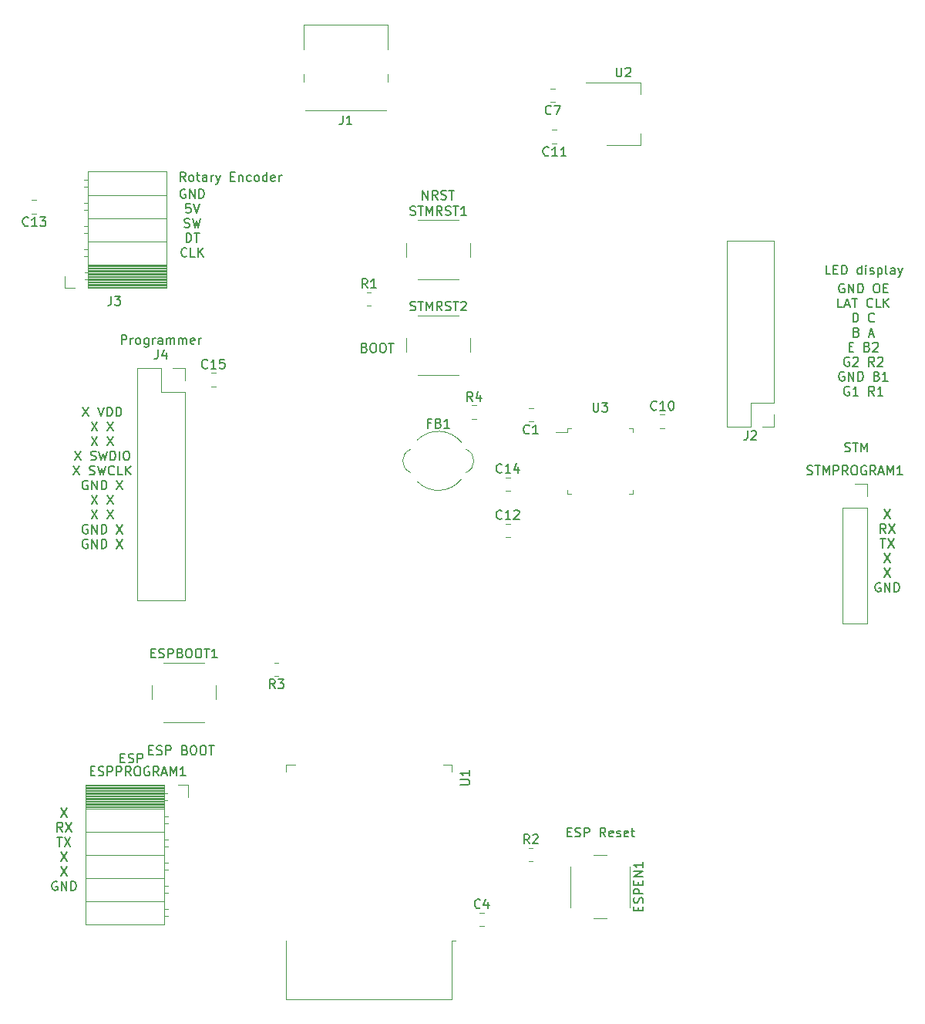
<source format=gbr>
%TF.GenerationSoftware,KiCad,Pcbnew,(6.0.5)*%
%TF.CreationDate,2024-11-07T13:37:00-06:00*%
%TF.ProjectId,FinalPCBBoard1,46696e61-6c50-4434-9242-6f617264312e,rev?*%
%TF.SameCoordinates,Original*%
%TF.FileFunction,Legend,Top*%
%TF.FilePolarity,Positive*%
%FSLAX46Y46*%
G04 Gerber Fmt 4.6, Leading zero omitted, Abs format (unit mm)*
G04 Created by KiCad (PCBNEW (6.0.5)) date 2024-11-07 13:37:00*
%MOMM*%
%LPD*%
G01*
G04 APERTURE LIST*
%ADD10C,0.150000*%
%ADD11C,0.120000*%
G04 APERTURE END LIST*
D10*
X103667857Y-73928571D02*
X103810714Y-73976190D01*
X103858333Y-74023809D01*
X103905952Y-74119047D01*
X103905952Y-74261904D01*
X103858333Y-74357142D01*
X103810714Y-74404761D01*
X103715476Y-74452380D01*
X103334523Y-74452380D01*
X103334523Y-73452380D01*
X103667857Y-73452380D01*
X103763095Y-73500000D01*
X103810714Y-73547619D01*
X103858333Y-73642857D01*
X103858333Y-73738095D01*
X103810714Y-73833333D01*
X103763095Y-73880952D01*
X103667857Y-73928571D01*
X103334523Y-73928571D01*
X104525000Y-73452380D02*
X104715476Y-73452380D01*
X104810714Y-73500000D01*
X104905952Y-73595238D01*
X104953571Y-73785714D01*
X104953571Y-74119047D01*
X104905952Y-74309523D01*
X104810714Y-74404761D01*
X104715476Y-74452380D01*
X104525000Y-74452380D01*
X104429761Y-74404761D01*
X104334523Y-74309523D01*
X104286904Y-74119047D01*
X104286904Y-73785714D01*
X104334523Y-73595238D01*
X104429761Y-73500000D01*
X104525000Y-73452380D01*
X105572619Y-73452380D02*
X105763095Y-73452380D01*
X105858333Y-73500000D01*
X105953571Y-73595238D01*
X106001190Y-73785714D01*
X106001190Y-74119047D01*
X105953571Y-74309523D01*
X105858333Y-74404761D01*
X105763095Y-74452380D01*
X105572619Y-74452380D01*
X105477380Y-74404761D01*
X105382142Y-74309523D01*
X105334523Y-74119047D01*
X105334523Y-73785714D01*
X105382142Y-73595238D01*
X105477380Y-73500000D01*
X105572619Y-73452380D01*
X106286904Y-73452380D02*
X106858333Y-73452380D01*
X106572619Y-74452380D02*
X106572619Y-73452380D01*
X110057142Y-57677380D02*
X110057142Y-56677380D01*
X110628571Y-57677380D01*
X110628571Y-56677380D01*
X111676190Y-57677380D02*
X111342857Y-57201190D01*
X111104761Y-57677380D02*
X111104761Y-56677380D01*
X111485714Y-56677380D01*
X111580952Y-56725000D01*
X111628571Y-56772619D01*
X111676190Y-56867857D01*
X111676190Y-57010714D01*
X111628571Y-57105952D01*
X111580952Y-57153571D01*
X111485714Y-57201190D01*
X111104761Y-57201190D01*
X112057142Y-57629761D02*
X112200000Y-57677380D01*
X112438095Y-57677380D01*
X112533333Y-57629761D01*
X112580952Y-57582142D01*
X112628571Y-57486904D01*
X112628571Y-57391666D01*
X112580952Y-57296428D01*
X112533333Y-57248809D01*
X112438095Y-57201190D01*
X112247619Y-57153571D01*
X112152380Y-57105952D01*
X112104761Y-57058333D01*
X112057142Y-56963095D01*
X112057142Y-56867857D01*
X112104761Y-56772619D01*
X112152380Y-56725000D01*
X112247619Y-56677380D01*
X112485714Y-56677380D01*
X112628571Y-56725000D01*
X112914285Y-56677380D02*
X113485714Y-56677380D01*
X113200000Y-57677380D02*
X113200000Y-56677380D01*
X76965476Y-73552380D02*
X76965476Y-72552380D01*
X77346428Y-72552380D01*
X77441666Y-72600000D01*
X77489285Y-72647619D01*
X77536904Y-72742857D01*
X77536904Y-72885714D01*
X77489285Y-72980952D01*
X77441666Y-73028571D01*
X77346428Y-73076190D01*
X76965476Y-73076190D01*
X77965476Y-73552380D02*
X77965476Y-72885714D01*
X77965476Y-73076190D02*
X78013095Y-72980952D01*
X78060714Y-72933333D01*
X78155952Y-72885714D01*
X78251190Y-72885714D01*
X78727380Y-73552380D02*
X78632142Y-73504761D01*
X78584523Y-73457142D01*
X78536904Y-73361904D01*
X78536904Y-73076190D01*
X78584523Y-72980952D01*
X78632142Y-72933333D01*
X78727380Y-72885714D01*
X78870238Y-72885714D01*
X78965476Y-72933333D01*
X79013095Y-72980952D01*
X79060714Y-73076190D01*
X79060714Y-73361904D01*
X79013095Y-73457142D01*
X78965476Y-73504761D01*
X78870238Y-73552380D01*
X78727380Y-73552380D01*
X79917857Y-72885714D02*
X79917857Y-73695238D01*
X79870238Y-73790476D01*
X79822619Y-73838095D01*
X79727380Y-73885714D01*
X79584523Y-73885714D01*
X79489285Y-73838095D01*
X79917857Y-73504761D02*
X79822619Y-73552380D01*
X79632142Y-73552380D01*
X79536904Y-73504761D01*
X79489285Y-73457142D01*
X79441666Y-73361904D01*
X79441666Y-73076190D01*
X79489285Y-72980952D01*
X79536904Y-72933333D01*
X79632142Y-72885714D01*
X79822619Y-72885714D01*
X79917857Y-72933333D01*
X80394047Y-73552380D02*
X80394047Y-72885714D01*
X80394047Y-73076190D02*
X80441666Y-72980952D01*
X80489285Y-72933333D01*
X80584523Y-72885714D01*
X80679761Y-72885714D01*
X81441666Y-73552380D02*
X81441666Y-73028571D01*
X81394047Y-72933333D01*
X81298809Y-72885714D01*
X81108333Y-72885714D01*
X81013095Y-72933333D01*
X81441666Y-73504761D02*
X81346428Y-73552380D01*
X81108333Y-73552380D01*
X81013095Y-73504761D01*
X80965476Y-73409523D01*
X80965476Y-73314285D01*
X81013095Y-73219047D01*
X81108333Y-73171428D01*
X81346428Y-73171428D01*
X81441666Y-73123809D01*
X81917857Y-73552380D02*
X81917857Y-72885714D01*
X81917857Y-72980952D02*
X81965476Y-72933333D01*
X82060714Y-72885714D01*
X82203571Y-72885714D01*
X82298809Y-72933333D01*
X82346428Y-73028571D01*
X82346428Y-73552380D01*
X82346428Y-73028571D02*
X82394047Y-72933333D01*
X82489285Y-72885714D01*
X82632142Y-72885714D01*
X82727380Y-72933333D01*
X82775000Y-73028571D01*
X82775000Y-73552380D01*
X83251190Y-73552380D02*
X83251190Y-72885714D01*
X83251190Y-72980952D02*
X83298809Y-72933333D01*
X83394047Y-72885714D01*
X83536904Y-72885714D01*
X83632142Y-72933333D01*
X83679761Y-73028571D01*
X83679761Y-73552380D01*
X83679761Y-73028571D02*
X83727380Y-72933333D01*
X83822619Y-72885714D01*
X83965476Y-72885714D01*
X84060714Y-72933333D01*
X84108333Y-73028571D01*
X84108333Y-73552380D01*
X84965476Y-73504761D02*
X84870238Y-73552380D01*
X84679761Y-73552380D01*
X84584523Y-73504761D01*
X84536904Y-73409523D01*
X84536904Y-73028571D01*
X84584523Y-72933333D01*
X84679761Y-72885714D01*
X84870238Y-72885714D01*
X84965476Y-72933333D01*
X85013095Y-73028571D01*
X85013095Y-73123809D01*
X84536904Y-73219047D01*
X85441666Y-73552380D02*
X85441666Y-72885714D01*
X85441666Y-73076190D02*
X85489285Y-72980952D01*
X85536904Y-72933333D01*
X85632142Y-72885714D01*
X85727380Y-72885714D01*
X72707142Y-80457380D02*
X73373809Y-81457380D01*
X73373809Y-80457380D02*
X72707142Y-81457380D01*
X74373809Y-80457380D02*
X74707142Y-81457380D01*
X75040476Y-80457380D01*
X75373809Y-81457380D02*
X75373809Y-80457380D01*
X75611904Y-80457380D01*
X75754761Y-80505000D01*
X75850000Y-80600238D01*
X75897619Y-80695476D01*
X75945238Y-80885952D01*
X75945238Y-81028809D01*
X75897619Y-81219285D01*
X75850000Y-81314523D01*
X75754761Y-81409761D01*
X75611904Y-81457380D01*
X75373809Y-81457380D01*
X76373809Y-81457380D02*
X76373809Y-80457380D01*
X76611904Y-80457380D01*
X76754761Y-80505000D01*
X76850000Y-80600238D01*
X76897619Y-80695476D01*
X76945238Y-80885952D01*
X76945238Y-81028809D01*
X76897619Y-81219285D01*
X76850000Y-81314523D01*
X76754761Y-81409761D01*
X76611904Y-81457380D01*
X76373809Y-81457380D01*
X73659523Y-82067380D02*
X74326190Y-83067380D01*
X74326190Y-82067380D02*
X73659523Y-83067380D01*
X75373809Y-82067380D02*
X76040476Y-83067380D01*
X76040476Y-82067380D02*
X75373809Y-83067380D01*
X73659523Y-83677380D02*
X74326190Y-84677380D01*
X74326190Y-83677380D02*
X73659523Y-84677380D01*
X75373809Y-83677380D02*
X76040476Y-84677380D01*
X76040476Y-83677380D02*
X75373809Y-84677380D01*
X71826190Y-85287380D02*
X72492857Y-86287380D01*
X72492857Y-85287380D02*
X71826190Y-86287380D01*
X73588095Y-86239761D02*
X73730952Y-86287380D01*
X73969047Y-86287380D01*
X74064285Y-86239761D01*
X74111904Y-86192142D01*
X74159523Y-86096904D01*
X74159523Y-86001666D01*
X74111904Y-85906428D01*
X74064285Y-85858809D01*
X73969047Y-85811190D01*
X73778571Y-85763571D01*
X73683333Y-85715952D01*
X73635714Y-85668333D01*
X73588095Y-85573095D01*
X73588095Y-85477857D01*
X73635714Y-85382619D01*
X73683333Y-85335000D01*
X73778571Y-85287380D01*
X74016666Y-85287380D01*
X74159523Y-85335000D01*
X74492857Y-85287380D02*
X74730952Y-86287380D01*
X74921428Y-85573095D01*
X75111904Y-86287380D01*
X75350000Y-85287380D01*
X75730952Y-86287380D02*
X75730952Y-85287380D01*
X75969047Y-85287380D01*
X76111904Y-85335000D01*
X76207142Y-85430238D01*
X76254761Y-85525476D01*
X76302380Y-85715952D01*
X76302380Y-85858809D01*
X76254761Y-86049285D01*
X76207142Y-86144523D01*
X76111904Y-86239761D01*
X75969047Y-86287380D01*
X75730952Y-86287380D01*
X76730952Y-86287380D02*
X76730952Y-85287380D01*
X77397619Y-85287380D02*
X77588095Y-85287380D01*
X77683333Y-85335000D01*
X77778571Y-85430238D01*
X77826190Y-85620714D01*
X77826190Y-85954047D01*
X77778571Y-86144523D01*
X77683333Y-86239761D01*
X77588095Y-86287380D01*
X77397619Y-86287380D01*
X77302380Y-86239761D01*
X77207142Y-86144523D01*
X77159523Y-85954047D01*
X77159523Y-85620714D01*
X77207142Y-85430238D01*
X77302380Y-85335000D01*
X77397619Y-85287380D01*
X71683333Y-86897380D02*
X72350000Y-87897380D01*
X72350000Y-86897380D02*
X71683333Y-87897380D01*
X73445238Y-87849761D02*
X73588095Y-87897380D01*
X73826190Y-87897380D01*
X73921428Y-87849761D01*
X73969047Y-87802142D01*
X74016666Y-87706904D01*
X74016666Y-87611666D01*
X73969047Y-87516428D01*
X73921428Y-87468809D01*
X73826190Y-87421190D01*
X73635714Y-87373571D01*
X73540476Y-87325952D01*
X73492857Y-87278333D01*
X73445238Y-87183095D01*
X73445238Y-87087857D01*
X73492857Y-86992619D01*
X73540476Y-86945000D01*
X73635714Y-86897380D01*
X73873809Y-86897380D01*
X74016666Y-86945000D01*
X74350000Y-86897380D02*
X74588095Y-87897380D01*
X74778571Y-87183095D01*
X74969047Y-87897380D01*
X75207142Y-86897380D01*
X76159523Y-87802142D02*
X76111904Y-87849761D01*
X75969047Y-87897380D01*
X75873809Y-87897380D01*
X75730952Y-87849761D01*
X75635714Y-87754523D01*
X75588095Y-87659285D01*
X75540476Y-87468809D01*
X75540476Y-87325952D01*
X75588095Y-87135476D01*
X75635714Y-87040238D01*
X75730952Y-86945000D01*
X75873809Y-86897380D01*
X75969047Y-86897380D01*
X76111904Y-86945000D01*
X76159523Y-86992619D01*
X77064285Y-87897380D02*
X76588095Y-87897380D01*
X76588095Y-86897380D01*
X77397619Y-87897380D02*
X77397619Y-86897380D01*
X77969047Y-87897380D02*
X77540476Y-87325952D01*
X77969047Y-86897380D02*
X77397619Y-87468809D01*
X73230952Y-88555000D02*
X73135714Y-88507380D01*
X72992857Y-88507380D01*
X72850000Y-88555000D01*
X72754761Y-88650238D01*
X72707142Y-88745476D01*
X72659523Y-88935952D01*
X72659523Y-89078809D01*
X72707142Y-89269285D01*
X72754761Y-89364523D01*
X72850000Y-89459761D01*
X72992857Y-89507380D01*
X73088095Y-89507380D01*
X73230952Y-89459761D01*
X73278571Y-89412142D01*
X73278571Y-89078809D01*
X73088095Y-89078809D01*
X73707142Y-89507380D02*
X73707142Y-88507380D01*
X74278571Y-89507380D01*
X74278571Y-88507380D01*
X74754761Y-89507380D02*
X74754761Y-88507380D01*
X74992857Y-88507380D01*
X75135714Y-88555000D01*
X75230952Y-88650238D01*
X75278571Y-88745476D01*
X75326190Y-88935952D01*
X75326190Y-89078809D01*
X75278571Y-89269285D01*
X75230952Y-89364523D01*
X75135714Y-89459761D01*
X74992857Y-89507380D01*
X74754761Y-89507380D01*
X76421428Y-88507380D02*
X77088095Y-89507380D01*
X77088095Y-88507380D02*
X76421428Y-89507380D01*
X73659523Y-90117380D02*
X74326190Y-91117380D01*
X74326190Y-90117380D02*
X73659523Y-91117380D01*
X75373809Y-90117380D02*
X76040476Y-91117380D01*
X76040476Y-90117380D02*
X75373809Y-91117380D01*
X73659523Y-91727380D02*
X74326190Y-92727380D01*
X74326190Y-91727380D02*
X73659523Y-92727380D01*
X75373809Y-91727380D02*
X76040476Y-92727380D01*
X76040476Y-91727380D02*
X75373809Y-92727380D01*
X73230952Y-93385000D02*
X73135714Y-93337380D01*
X72992857Y-93337380D01*
X72850000Y-93385000D01*
X72754761Y-93480238D01*
X72707142Y-93575476D01*
X72659523Y-93765952D01*
X72659523Y-93908809D01*
X72707142Y-94099285D01*
X72754761Y-94194523D01*
X72850000Y-94289761D01*
X72992857Y-94337380D01*
X73088095Y-94337380D01*
X73230952Y-94289761D01*
X73278571Y-94242142D01*
X73278571Y-93908809D01*
X73088095Y-93908809D01*
X73707142Y-94337380D02*
X73707142Y-93337380D01*
X74278571Y-94337380D01*
X74278571Y-93337380D01*
X74754761Y-94337380D02*
X74754761Y-93337380D01*
X74992857Y-93337380D01*
X75135714Y-93385000D01*
X75230952Y-93480238D01*
X75278571Y-93575476D01*
X75326190Y-93765952D01*
X75326190Y-93908809D01*
X75278571Y-94099285D01*
X75230952Y-94194523D01*
X75135714Y-94289761D01*
X74992857Y-94337380D01*
X74754761Y-94337380D01*
X76421428Y-93337380D02*
X77088095Y-94337380D01*
X77088095Y-93337380D02*
X76421428Y-94337380D01*
X73230952Y-94995000D02*
X73135714Y-94947380D01*
X72992857Y-94947380D01*
X72850000Y-94995000D01*
X72754761Y-95090238D01*
X72707142Y-95185476D01*
X72659523Y-95375952D01*
X72659523Y-95518809D01*
X72707142Y-95709285D01*
X72754761Y-95804523D01*
X72850000Y-95899761D01*
X72992857Y-95947380D01*
X73088095Y-95947380D01*
X73230952Y-95899761D01*
X73278571Y-95852142D01*
X73278571Y-95518809D01*
X73088095Y-95518809D01*
X73707142Y-95947380D02*
X73707142Y-94947380D01*
X74278571Y-95947380D01*
X74278571Y-94947380D01*
X74754761Y-95947380D02*
X74754761Y-94947380D01*
X74992857Y-94947380D01*
X75135714Y-94995000D01*
X75230952Y-95090238D01*
X75278571Y-95185476D01*
X75326190Y-95375952D01*
X75326190Y-95518809D01*
X75278571Y-95709285D01*
X75230952Y-95804523D01*
X75135714Y-95899761D01*
X74992857Y-95947380D01*
X74754761Y-95947380D01*
X76421428Y-94947380D02*
X77088095Y-95947380D01*
X77088095Y-94947380D02*
X76421428Y-95947380D01*
X76859523Y-118953571D02*
X77192857Y-118953571D01*
X77335714Y-119477380D02*
X76859523Y-119477380D01*
X76859523Y-118477380D01*
X77335714Y-118477380D01*
X77716666Y-119429761D02*
X77859523Y-119477380D01*
X78097619Y-119477380D01*
X78192857Y-119429761D01*
X78240476Y-119382142D01*
X78288095Y-119286904D01*
X78288095Y-119191666D01*
X78240476Y-119096428D01*
X78192857Y-119048809D01*
X78097619Y-119001190D01*
X77907142Y-118953571D01*
X77811904Y-118905952D01*
X77764285Y-118858333D01*
X77716666Y-118763095D01*
X77716666Y-118667857D01*
X77764285Y-118572619D01*
X77811904Y-118525000D01*
X77907142Y-118477380D01*
X78145238Y-118477380D01*
X78288095Y-118525000D01*
X78716666Y-119477380D02*
X78716666Y-118477380D01*
X79097619Y-118477380D01*
X79192857Y-118525000D01*
X79240476Y-118572619D01*
X79288095Y-118667857D01*
X79288095Y-118810714D01*
X79240476Y-118905952D01*
X79192857Y-118953571D01*
X79097619Y-119001190D01*
X78716666Y-119001190D01*
X70316666Y-124427380D02*
X70983333Y-125427380D01*
X70983333Y-124427380D02*
X70316666Y-125427380D01*
X70483333Y-127037380D02*
X70150000Y-126561190D01*
X69911904Y-127037380D02*
X69911904Y-126037380D01*
X70292857Y-126037380D01*
X70388095Y-126085000D01*
X70435714Y-126132619D01*
X70483333Y-126227857D01*
X70483333Y-126370714D01*
X70435714Y-126465952D01*
X70388095Y-126513571D01*
X70292857Y-126561190D01*
X69911904Y-126561190D01*
X70816666Y-126037380D02*
X71483333Y-127037380D01*
X71483333Y-126037380D02*
X70816666Y-127037380D01*
X69888095Y-127647380D02*
X70459523Y-127647380D01*
X70173809Y-128647380D02*
X70173809Y-127647380D01*
X70697619Y-127647380D02*
X71364285Y-128647380D01*
X71364285Y-127647380D02*
X70697619Y-128647380D01*
X70316666Y-129257380D02*
X70983333Y-130257380D01*
X70983333Y-129257380D02*
X70316666Y-130257380D01*
X70316666Y-130867380D02*
X70983333Y-131867380D01*
X70983333Y-130867380D02*
X70316666Y-131867380D01*
X69888095Y-132525000D02*
X69792857Y-132477380D01*
X69650000Y-132477380D01*
X69507142Y-132525000D01*
X69411904Y-132620238D01*
X69364285Y-132715476D01*
X69316666Y-132905952D01*
X69316666Y-133048809D01*
X69364285Y-133239285D01*
X69411904Y-133334523D01*
X69507142Y-133429761D01*
X69650000Y-133477380D01*
X69745238Y-133477380D01*
X69888095Y-133429761D01*
X69935714Y-133382142D01*
X69935714Y-133048809D01*
X69745238Y-133048809D01*
X70364285Y-133477380D02*
X70364285Y-132477380D01*
X70935714Y-133477380D01*
X70935714Y-132477380D01*
X71411904Y-133477380D02*
X71411904Y-132477380D01*
X71650000Y-132477380D01*
X71792857Y-132525000D01*
X71888095Y-132620238D01*
X71935714Y-132715476D01*
X71983333Y-132905952D01*
X71983333Y-133048809D01*
X71935714Y-133239285D01*
X71888095Y-133334523D01*
X71792857Y-133429761D01*
X71650000Y-133477380D01*
X71411904Y-133477380D01*
X79975000Y-118078571D02*
X80308333Y-118078571D01*
X80451190Y-118602380D02*
X79975000Y-118602380D01*
X79975000Y-117602380D01*
X80451190Y-117602380D01*
X80832142Y-118554761D02*
X80975000Y-118602380D01*
X81213095Y-118602380D01*
X81308333Y-118554761D01*
X81355952Y-118507142D01*
X81403571Y-118411904D01*
X81403571Y-118316666D01*
X81355952Y-118221428D01*
X81308333Y-118173809D01*
X81213095Y-118126190D01*
X81022619Y-118078571D01*
X80927380Y-118030952D01*
X80879761Y-117983333D01*
X80832142Y-117888095D01*
X80832142Y-117792857D01*
X80879761Y-117697619D01*
X80927380Y-117650000D01*
X81022619Y-117602380D01*
X81260714Y-117602380D01*
X81403571Y-117650000D01*
X81832142Y-118602380D02*
X81832142Y-117602380D01*
X82213095Y-117602380D01*
X82308333Y-117650000D01*
X82355952Y-117697619D01*
X82403571Y-117792857D01*
X82403571Y-117935714D01*
X82355952Y-118030952D01*
X82308333Y-118078571D01*
X82213095Y-118126190D01*
X81832142Y-118126190D01*
X83927380Y-118078571D02*
X84070238Y-118126190D01*
X84117857Y-118173809D01*
X84165476Y-118269047D01*
X84165476Y-118411904D01*
X84117857Y-118507142D01*
X84070238Y-118554761D01*
X83975000Y-118602380D01*
X83594047Y-118602380D01*
X83594047Y-117602380D01*
X83927380Y-117602380D01*
X84022619Y-117650000D01*
X84070238Y-117697619D01*
X84117857Y-117792857D01*
X84117857Y-117888095D01*
X84070238Y-117983333D01*
X84022619Y-118030952D01*
X83927380Y-118078571D01*
X83594047Y-118078571D01*
X84784523Y-117602380D02*
X84975000Y-117602380D01*
X85070238Y-117650000D01*
X85165476Y-117745238D01*
X85213095Y-117935714D01*
X85213095Y-118269047D01*
X85165476Y-118459523D01*
X85070238Y-118554761D01*
X84975000Y-118602380D01*
X84784523Y-118602380D01*
X84689285Y-118554761D01*
X84594047Y-118459523D01*
X84546428Y-118269047D01*
X84546428Y-117935714D01*
X84594047Y-117745238D01*
X84689285Y-117650000D01*
X84784523Y-117602380D01*
X85832142Y-117602380D02*
X86022619Y-117602380D01*
X86117857Y-117650000D01*
X86213095Y-117745238D01*
X86260714Y-117935714D01*
X86260714Y-118269047D01*
X86213095Y-118459523D01*
X86117857Y-118554761D01*
X86022619Y-118602380D01*
X85832142Y-118602380D01*
X85736904Y-118554761D01*
X85641666Y-118459523D01*
X85594047Y-118269047D01*
X85594047Y-117935714D01*
X85641666Y-117745238D01*
X85736904Y-117650000D01*
X85832142Y-117602380D01*
X86546428Y-117602380D02*
X87117857Y-117602380D01*
X86832142Y-118602380D02*
X86832142Y-117602380D01*
X125930952Y-127078571D02*
X126264285Y-127078571D01*
X126407142Y-127602380D02*
X125930952Y-127602380D01*
X125930952Y-126602380D01*
X126407142Y-126602380D01*
X126788095Y-127554761D02*
X126930952Y-127602380D01*
X127169047Y-127602380D01*
X127264285Y-127554761D01*
X127311904Y-127507142D01*
X127359523Y-127411904D01*
X127359523Y-127316666D01*
X127311904Y-127221428D01*
X127264285Y-127173809D01*
X127169047Y-127126190D01*
X126978571Y-127078571D01*
X126883333Y-127030952D01*
X126835714Y-126983333D01*
X126788095Y-126888095D01*
X126788095Y-126792857D01*
X126835714Y-126697619D01*
X126883333Y-126650000D01*
X126978571Y-126602380D01*
X127216666Y-126602380D01*
X127359523Y-126650000D01*
X127788095Y-127602380D02*
X127788095Y-126602380D01*
X128169047Y-126602380D01*
X128264285Y-126650000D01*
X128311904Y-126697619D01*
X128359523Y-126792857D01*
X128359523Y-126935714D01*
X128311904Y-127030952D01*
X128264285Y-127078571D01*
X128169047Y-127126190D01*
X127788095Y-127126190D01*
X130121428Y-127602380D02*
X129788095Y-127126190D01*
X129550000Y-127602380D02*
X129550000Y-126602380D01*
X129930952Y-126602380D01*
X130026190Y-126650000D01*
X130073809Y-126697619D01*
X130121428Y-126792857D01*
X130121428Y-126935714D01*
X130073809Y-127030952D01*
X130026190Y-127078571D01*
X129930952Y-127126190D01*
X129550000Y-127126190D01*
X130930952Y-127554761D02*
X130835714Y-127602380D01*
X130645238Y-127602380D01*
X130550000Y-127554761D01*
X130502380Y-127459523D01*
X130502380Y-127078571D01*
X130550000Y-126983333D01*
X130645238Y-126935714D01*
X130835714Y-126935714D01*
X130930952Y-126983333D01*
X130978571Y-127078571D01*
X130978571Y-127173809D01*
X130502380Y-127269047D01*
X131359523Y-127554761D02*
X131454761Y-127602380D01*
X131645238Y-127602380D01*
X131740476Y-127554761D01*
X131788095Y-127459523D01*
X131788095Y-127411904D01*
X131740476Y-127316666D01*
X131645238Y-127269047D01*
X131502380Y-127269047D01*
X131407142Y-127221428D01*
X131359523Y-127126190D01*
X131359523Y-127078571D01*
X131407142Y-126983333D01*
X131502380Y-126935714D01*
X131645238Y-126935714D01*
X131740476Y-126983333D01*
X132597619Y-127554761D02*
X132502380Y-127602380D01*
X132311904Y-127602380D01*
X132216666Y-127554761D01*
X132169047Y-127459523D01*
X132169047Y-127078571D01*
X132216666Y-126983333D01*
X132311904Y-126935714D01*
X132502380Y-126935714D01*
X132597619Y-126983333D01*
X132645238Y-127078571D01*
X132645238Y-127173809D01*
X132169047Y-127269047D01*
X132930952Y-126935714D02*
X133311904Y-126935714D01*
X133073809Y-126602380D02*
X133073809Y-127459523D01*
X133121428Y-127554761D01*
X133216666Y-127602380D01*
X133311904Y-127602380D01*
X156436904Y-85299761D02*
X156579761Y-85347380D01*
X156817857Y-85347380D01*
X156913095Y-85299761D01*
X156960714Y-85252142D01*
X157008333Y-85156904D01*
X157008333Y-85061666D01*
X156960714Y-84966428D01*
X156913095Y-84918809D01*
X156817857Y-84871190D01*
X156627380Y-84823571D01*
X156532142Y-84775952D01*
X156484523Y-84728333D01*
X156436904Y-84633095D01*
X156436904Y-84537857D01*
X156484523Y-84442619D01*
X156532142Y-84395000D01*
X156627380Y-84347380D01*
X156865476Y-84347380D01*
X157008333Y-84395000D01*
X157294047Y-84347380D02*
X157865476Y-84347380D01*
X157579761Y-85347380D02*
X157579761Y-84347380D01*
X158198809Y-85347380D02*
X158198809Y-84347380D01*
X158532142Y-85061666D01*
X158865476Y-84347380D01*
X158865476Y-85347380D01*
X160741666Y-91677380D02*
X161408333Y-92677380D01*
X161408333Y-91677380D02*
X160741666Y-92677380D01*
X160908333Y-94287380D02*
X160575000Y-93811190D01*
X160336904Y-94287380D02*
X160336904Y-93287380D01*
X160717857Y-93287380D01*
X160813095Y-93335000D01*
X160860714Y-93382619D01*
X160908333Y-93477857D01*
X160908333Y-93620714D01*
X160860714Y-93715952D01*
X160813095Y-93763571D01*
X160717857Y-93811190D01*
X160336904Y-93811190D01*
X161241666Y-93287380D02*
X161908333Y-94287380D01*
X161908333Y-93287380D02*
X161241666Y-94287380D01*
X160313095Y-94897380D02*
X160884523Y-94897380D01*
X160598809Y-95897380D02*
X160598809Y-94897380D01*
X161122619Y-94897380D02*
X161789285Y-95897380D01*
X161789285Y-94897380D02*
X161122619Y-95897380D01*
X160741666Y-96507380D02*
X161408333Y-97507380D01*
X161408333Y-96507380D02*
X160741666Y-97507380D01*
X160741666Y-98117380D02*
X161408333Y-99117380D01*
X161408333Y-98117380D02*
X160741666Y-99117380D01*
X160313095Y-99775000D02*
X160217857Y-99727380D01*
X160075000Y-99727380D01*
X159932142Y-99775000D01*
X159836904Y-99870238D01*
X159789285Y-99965476D01*
X159741666Y-100155952D01*
X159741666Y-100298809D01*
X159789285Y-100489285D01*
X159836904Y-100584523D01*
X159932142Y-100679761D01*
X160075000Y-100727380D01*
X160170238Y-100727380D01*
X160313095Y-100679761D01*
X160360714Y-100632142D01*
X160360714Y-100298809D01*
X160170238Y-100298809D01*
X160789285Y-100727380D02*
X160789285Y-99727380D01*
X161360714Y-100727380D01*
X161360714Y-99727380D01*
X161836904Y-100727380D02*
X161836904Y-99727380D01*
X162075000Y-99727380D01*
X162217857Y-99775000D01*
X162313095Y-99870238D01*
X162360714Y-99965476D01*
X162408333Y-100155952D01*
X162408333Y-100298809D01*
X162360714Y-100489285D01*
X162313095Y-100584523D01*
X162217857Y-100679761D01*
X162075000Y-100727380D01*
X161836904Y-100727380D01*
X154833333Y-65877380D02*
X154357142Y-65877380D01*
X154357142Y-64877380D01*
X155166666Y-65353571D02*
X155500000Y-65353571D01*
X155642857Y-65877380D02*
X155166666Y-65877380D01*
X155166666Y-64877380D01*
X155642857Y-64877380D01*
X156071428Y-65877380D02*
X156071428Y-64877380D01*
X156309523Y-64877380D01*
X156452380Y-64925000D01*
X156547619Y-65020238D01*
X156595238Y-65115476D01*
X156642857Y-65305952D01*
X156642857Y-65448809D01*
X156595238Y-65639285D01*
X156547619Y-65734523D01*
X156452380Y-65829761D01*
X156309523Y-65877380D01*
X156071428Y-65877380D01*
X158261904Y-65877380D02*
X158261904Y-64877380D01*
X158261904Y-65829761D02*
X158166666Y-65877380D01*
X157976190Y-65877380D01*
X157880952Y-65829761D01*
X157833333Y-65782142D01*
X157785714Y-65686904D01*
X157785714Y-65401190D01*
X157833333Y-65305952D01*
X157880952Y-65258333D01*
X157976190Y-65210714D01*
X158166666Y-65210714D01*
X158261904Y-65258333D01*
X158738095Y-65877380D02*
X158738095Y-65210714D01*
X158738095Y-64877380D02*
X158690476Y-64925000D01*
X158738095Y-64972619D01*
X158785714Y-64925000D01*
X158738095Y-64877380D01*
X158738095Y-64972619D01*
X159166666Y-65829761D02*
X159261904Y-65877380D01*
X159452380Y-65877380D01*
X159547619Y-65829761D01*
X159595238Y-65734523D01*
X159595238Y-65686904D01*
X159547619Y-65591666D01*
X159452380Y-65544047D01*
X159309523Y-65544047D01*
X159214285Y-65496428D01*
X159166666Y-65401190D01*
X159166666Y-65353571D01*
X159214285Y-65258333D01*
X159309523Y-65210714D01*
X159452380Y-65210714D01*
X159547619Y-65258333D01*
X160023809Y-65210714D02*
X160023809Y-66210714D01*
X160023809Y-65258333D02*
X160119047Y-65210714D01*
X160309523Y-65210714D01*
X160404761Y-65258333D01*
X160452380Y-65305952D01*
X160500000Y-65401190D01*
X160500000Y-65686904D01*
X160452380Y-65782142D01*
X160404761Y-65829761D01*
X160309523Y-65877380D01*
X160119047Y-65877380D01*
X160023809Y-65829761D01*
X161071428Y-65877380D02*
X160976190Y-65829761D01*
X160928571Y-65734523D01*
X160928571Y-64877380D01*
X161880952Y-65877380D02*
X161880952Y-65353571D01*
X161833333Y-65258333D01*
X161738095Y-65210714D01*
X161547619Y-65210714D01*
X161452380Y-65258333D01*
X161880952Y-65829761D02*
X161785714Y-65877380D01*
X161547619Y-65877380D01*
X161452380Y-65829761D01*
X161404761Y-65734523D01*
X161404761Y-65639285D01*
X161452380Y-65544047D01*
X161547619Y-65496428D01*
X161785714Y-65496428D01*
X161880952Y-65448809D01*
X162261904Y-65210714D02*
X162500000Y-65877380D01*
X162738095Y-65210714D02*
X162500000Y-65877380D01*
X162404761Y-66115476D01*
X162357142Y-66163095D01*
X162261904Y-66210714D01*
X156330952Y-66965000D02*
X156235714Y-66917380D01*
X156092857Y-66917380D01*
X155950000Y-66965000D01*
X155854761Y-67060238D01*
X155807142Y-67155476D01*
X155759523Y-67345952D01*
X155759523Y-67488809D01*
X155807142Y-67679285D01*
X155854761Y-67774523D01*
X155950000Y-67869761D01*
X156092857Y-67917380D01*
X156188095Y-67917380D01*
X156330952Y-67869761D01*
X156378571Y-67822142D01*
X156378571Y-67488809D01*
X156188095Y-67488809D01*
X156807142Y-67917380D02*
X156807142Y-66917380D01*
X157378571Y-67917380D01*
X157378571Y-66917380D01*
X157854761Y-67917380D02*
X157854761Y-66917380D01*
X158092857Y-66917380D01*
X158235714Y-66965000D01*
X158330952Y-67060238D01*
X158378571Y-67155476D01*
X158426190Y-67345952D01*
X158426190Y-67488809D01*
X158378571Y-67679285D01*
X158330952Y-67774523D01*
X158235714Y-67869761D01*
X158092857Y-67917380D01*
X157854761Y-67917380D01*
X159807142Y-66917380D02*
X159997619Y-66917380D01*
X160092857Y-66965000D01*
X160188095Y-67060238D01*
X160235714Y-67250714D01*
X160235714Y-67584047D01*
X160188095Y-67774523D01*
X160092857Y-67869761D01*
X159997619Y-67917380D01*
X159807142Y-67917380D01*
X159711904Y-67869761D01*
X159616666Y-67774523D01*
X159569047Y-67584047D01*
X159569047Y-67250714D01*
X159616666Y-67060238D01*
X159711904Y-66965000D01*
X159807142Y-66917380D01*
X160664285Y-67393571D02*
X160997619Y-67393571D01*
X161140476Y-67917380D02*
X160664285Y-67917380D01*
X160664285Y-66917380D01*
X161140476Y-66917380D01*
X156164285Y-69527380D02*
X155688095Y-69527380D01*
X155688095Y-68527380D01*
X156450000Y-69241666D02*
X156926190Y-69241666D01*
X156354761Y-69527380D02*
X156688095Y-68527380D01*
X157021428Y-69527380D01*
X157211904Y-68527380D02*
X157783333Y-68527380D01*
X157497619Y-69527380D02*
X157497619Y-68527380D01*
X159450000Y-69432142D02*
X159402380Y-69479761D01*
X159259523Y-69527380D01*
X159164285Y-69527380D01*
X159021428Y-69479761D01*
X158926190Y-69384523D01*
X158878571Y-69289285D01*
X158830952Y-69098809D01*
X158830952Y-68955952D01*
X158878571Y-68765476D01*
X158926190Y-68670238D01*
X159021428Y-68575000D01*
X159164285Y-68527380D01*
X159259523Y-68527380D01*
X159402380Y-68575000D01*
X159450000Y-68622619D01*
X160354761Y-69527380D02*
X159878571Y-69527380D01*
X159878571Y-68527380D01*
X160688095Y-69527380D02*
X160688095Y-68527380D01*
X161259523Y-69527380D02*
X160830952Y-68955952D01*
X161259523Y-68527380D02*
X160688095Y-69098809D01*
X157307142Y-71137380D02*
X157307142Y-70137380D01*
X157545238Y-70137380D01*
X157688095Y-70185000D01*
X157783333Y-70280238D01*
X157830952Y-70375476D01*
X157878571Y-70565952D01*
X157878571Y-70708809D01*
X157830952Y-70899285D01*
X157783333Y-70994523D01*
X157688095Y-71089761D01*
X157545238Y-71137380D01*
X157307142Y-71137380D01*
X159640476Y-71042142D02*
X159592857Y-71089761D01*
X159450000Y-71137380D01*
X159354761Y-71137380D01*
X159211904Y-71089761D01*
X159116666Y-70994523D01*
X159069047Y-70899285D01*
X159021428Y-70708809D01*
X159021428Y-70565952D01*
X159069047Y-70375476D01*
X159116666Y-70280238D01*
X159211904Y-70185000D01*
X159354761Y-70137380D01*
X159450000Y-70137380D01*
X159592857Y-70185000D01*
X159640476Y-70232619D01*
X157711904Y-72223571D02*
X157854761Y-72271190D01*
X157902380Y-72318809D01*
X157950000Y-72414047D01*
X157950000Y-72556904D01*
X157902380Y-72652142D01*
X157854761Y-72699761D01*
X157759523Y-72747380D01*
X157378571Y-72747380D01*
X157378571Y-71747380D01*
X157711904Y-71747380D01*
X157807142Y-71795000D01*
X157854761Y-71842619D01*
X157902380Y-71937857D01*
X157902380Y-72033095D01*
X157854761Y-72128333D01*
X157807142Y-72175952D01*
X157711904Y-72223571D01*
X157378571Y-72223571D01*
X159092857Y-72461666D02*
X159569047Y-72461666D01*
X158997619Y-72747380D02*
X159330952Y-71747380D01*
X159664285Y-72747380D01*
X156878571Y-73833571D02*
X157211904Y-73833571D01*
X157354761Y-74357380D02*
X156878571Y-74357380D01*
X156878571Y-73357380D01*
X157354761Y-73357380D01*
X158878571Y-73833571D02*
X159021428Y-73881190D01*
X159069047Y-73928809D01*
X159116666Y-74024047D01*
X159116666Y-74166904D01*
X159069047Y-74262142D01*
X159021428Y-74309761D01*
X158926190Y-74357380D01*
X158545238Y-74357380D01*
X158545238Y-73357380D01*
X158878571Y-73357380D01*
X158973809Y-73405000D01*
X159021428Y-73452619D01*
X159069047Y-73547857D01*
X159069047Y-73643095D01*
X159021428Y-73738333D01*
X158973809Y-73785952D01*
X158878571Y-73833571D01*
X158545238Y-73833571D01*
X159497619Y-73452619D02*
X159545238Y-73405000D01*
X159640476Y-73357380D01*
X159878571Y-73357380D01*
X159973809Y-73405000D01*
X160021428Y-73452619D01*
X160069047Y-73547857D01*
X160069047Y-73643095D01*
X160021428Y-73785952D01*
X159450000Y-74357380D01*
X160069047Y-74357380D01*
X156878571Y-75015000D02*
X156783333Y-74967380D01*
X156640476Y-74967380D01*
X156497619Y-75015000D01*
X156402380Y-75110238D01*
X156354761Y-75205476D01*
X156307142Y-75395952D01*
X156307142Y-75538809D01*
X156354761Y-75729285D01*
X156402380Y-75824523D01*
X156497619Y-75919761D01*
X156640476Y-75967380D01*
X156735714Y-75967380D01*
X156878571Y-75919761D01*
X156926190Y-75872142D01*
X156926190Y-75538809D01*
X156735714Y-75538809D01*
X157307142Y-75062619D02*
X157354761Y-75015000D01*
X157450000Y-74967380D01*
X157688095Y-74967380D01*
X157783333Y-75015000D01*
X157830952Y-75062619D01*
X157878571Y-75157857D01*
X157878571Y-75253095D01*
X157830952Y-75395952D01*
X157259523Y-75967380D01*
X157878571Y-75967380D01*
X159640476Y-75967380D02*
X159307142Y-75491190D01*
X159069047Y-75967380D02*
X159069047Y-74967380D01*
X159450000Y-74967380D01*
X159545238Y-75015000D01*
X159592857Y-75062619D01*
X159640476Y-75157857D01*
X159640476Y-75300714D01*
X159592857Y-75395952D01*
X159545238Y-75443571D01*
X159450000Y-75491190D01*
X159069047Y-75491190D01*
X160021428Y-75062619D02*
X160069047Y-75015000D01*
X160164285Y-74967380D01*
X160402380Y-74967380D01*
X160497619Y-75015000D01*
X160545238Y-75062619D01*
X160592857Y-75157857D01*
X160592857Y-75253095D01*
X160545238Y-75395952D01*
X159973809Y-75967380D01*
X160592857Y-75967380D01*
X156330952Y-76625000D02*
X156235714Y-76577380D01*
X156092857Y-76577380D01*
X155950000Y-76625000D01*
X155854761Y-76720238D01*
X155807142Y-76815476D01*
X155759523Y-77005952D01*
X155759523Y-77148809D01*
X155807142Y-77339285D01*
X155854761Y-77434523D01*
X155950000Y-77529761D01*
X156092857Y-77577380D01*
X156188095Y-77577380D01*
X156330952Y-77529761D01*
X156378571Y-77482142D01*
X156378571Y-77148809D01*
X156188095Y-77148809D01*
X156807142Y-77577380D02*
X156807142Y-76577380D01*
X157378571Y-77577380D01*
X157378571Y-76577380D01*
X157854761Y-77577380D02*
X157854761Y-76577380D01*
X158092857Y-76577380D01*
X158235714Y-76625000D01*
X158330952Y-76720238D01*
X158378571Y-76815476D01*
X158426190Y-77005952D01*
X158426190Y-77148809D01*
X158378571Y-77339285D01*
X158330952Y-77434523D01*
X158235714Y-77529761D01*
X158092857Y-77577380D01*
X157854761Y-77577380D01*
X159950000Y-77053571D02*
X160092857Y-77101190D01*
X160140476Y-77148809D01*
X160188095Y-77244047D01*
X160188095Y-77386904D01*
X160140476Y-77482142D01*
X160092857Y-77529761D01*
X159997619Y-77577380D01*
X159616666Y-77577380D01*
X159616666Y-76577380D01*
X159950000Y-76577380D01*
X160045238Y-76625000D01*
X160092857Y-76672619D01*
X160140476Y-76767857D01*
X160140476Y-76863095D01*
X160092857Y-76958333D01*
X160045238Y-77005952D01*
X159950000Y-77053571D01*
X159616666Y-77053571D01*
X161140476Y-77577380D02*
X160569047Y-77577380D01*
X160854761Y-77577380D02*
X160854761Y-76577380D01*
X160759523Y-76720238D01*
X160664285Y-76815476D01*
X160569047Y-76863095D01*
X156878571Y-78235000D02*
X156783333Y-78187380D01*
X156640476Y-78187380D01*
X156497619Y-78235000D01*
X156402380Y-78330238D01*
X156354761Y-78425476D01*
X156307142Y-78615952D01*
X156307142Y-78758809D01*
X156354761Y-78949285D01*
X156402380Y-79044523D01*
X156497619Y-79139761D01*
X156640476Y-79187380D01*
X156735714Y-79187380D01*
X156878571Y-79139761D01*
X156926190Y-79092142D01*
X156926190Y-78758809D01*
X156735714Y-78758809D01*
X157878571Y-79187380D02*
X157307142Y-79187380D01*
X157592857Y-79187380D02*
X157592857Y-78187380D01*
X157497619Y-78330238D01*
X157402380Y-78425476D01*
X157307142Y-78473095D01*
X159640476Y-79187380D02*
X159307142Y-78711190D01*
X159069047Y-79187380D02*
X159069047Y-78187380D01*
X159450000Y-78187380D01*
X159545238Y-78235000D01*
X159592857Y-78282619D01*
X159640476Y-78377857D01*
X159640476Y-78520714D01*
X159592857Y-78615952D01*
X159545238Y-78663571D01*
X159450000Y-78711190D01*
X159069047Y-78711190D01*
X160592857Y-79187380D02*
X160021428Y-79187380D01*
X160307142Y-79187380D02*
X160307142Y-78187380D01*
X160211904Y-78330238D01*
X160116666Y-78425476D01*
X160021428Y-78473095D01*
X83996428Y-55677380D02*
X83663095Y-55201190D01*
X83425000Y-55677380D02*
X83425000Y-54677380D01*
X83805952Y-54677380D01*
X83901190Y-54725000D01*
X83948809Y-54772619D01*
X83996428Y-54867857D01*
X83996428Y-55010714D01*
X83948809Y-55105952D01*
X83901190Y-55153571D01*
X83805952Y-55201190D01*
X83425000Y-55201190D01*
X84567857Y-55677380D02*
X84472619Y-55629761D01*
X84425000Y-55582142D01*
X84377380Y-55486904D01*
X84377380Y-55201190D01*
X84425000Y-55105952D01*
X84472619Y-55058333D01*
X84567857Y-55010714D01*
X84710714Y-55010714D01*
X84805952Y-55058333D01*
X84853571Y-55105952D01*
X84901190Y-55201190D01*
X84901190Y-55486904D01*
X84853571Y-55582142D01*
X84805952Y-55629761D01*
X84710714Y-55677380D01*
X84567857Y-55677380D01*
X85186904Y-55010714D02*
X85567857Y-55010714D01*
X85329761Y-54677380D02*
X85329761Y-55534523D01*
X85377380Y-55629761D01*
X85472619Y-55677380D01*
X85567857Y-55677380D01*
X86329761Y-55677380D02*
X86329761Y-55153571D01*
X86282142Y-55058333D01*
X86186904Y-55010714D01*
X85996428Y-55010714D01*
X85901190Y-55058333D01*
X86329761Y-55629761D02*
X86234523Y-55677380D01*
X85996428Y-55677380D01*
X85901190Y-55629761D01*
X85853571Y-55534523D01*
X85853571Y-55439285D01*
X85901190Y-55344047D01*
X85996428Y-55296428D01*
X86234523Y-55296428D01*
X86329761Y-55248809D01*
X86805952Y-55677380D02*
X86805952Y-55010714D01*
X86805952Y-55201190D02*
X86853571Y-55105952D01*
X86901190Y-55058333D01*
X86996428Y-55010714D01*
X87091666Y-55010714D01*
X87329761Y-55010714D02*
X87567857Y-55677380D01*
X87805952Y-55010714D02*
X87567857Y-55677380D01*
X87472619Y-55915476D01*
X87425000Y-55963095D01*
X87329761Y-56010714D01*
X88948809Y-55153571D02*
X89282142Y-55153571D01*
X89425000Y-55677380D02*
X88948809Y-55677380D01*
X88948809Y-54677380D01*
X89425000Y-54677380D01*
X89853571Y-55010714D02*
X89853571Y-55677380D01*
X89853571Y-55105952D02*
X89901190Y-55058333D01*
X89996428Y-55010714D01*
X90139285Y-55010714D01*
X90234523Y-55058333D01*
X90282142Y-55153571D01*
X90282142Y-55677380D01*
X91186904Y-55629761D02*
X91091666Y-55677380D01*
X90901190Y-55677380D01*
X90805952Y-55629761D01*
X90758333Y-55582142D01*
X90710714Y-55486904D01*
X90710714Y-55201190D01*
X90758333Y-55105952D01*
X90805952Y-55058333D01*
X90901190Y-55010714D01*
X91091666Y-55010714D01*
X91186904Y-55058333D01*
X91758333Y-55677380D02*
X91663095Y-55629761D01*
X91615476Y-55582142D01*
X91567857Y-55486904D01*
X91567857Y-55201190D01*
X91615476Y-55105952D01*
X91663095Y-55058333D01*
X91758333Y-55010714D01*
X91901190Y-55010714D01*
X91996428Y-55058333D01*
X92044047Y-55105952D01*
X92091666Y-55201190D01*
X92091666Y-55486904D01*
X92044047Y-55582142D01*
X91996428Y-55629761D01*
X91901190Y-55677380D01*
X91758333Y-55677380D01*
X92948809Y-55677380D02*
X92948809Y-54677380D01*
X92948809Y-55629761D02*
X92853571Y-55677380D01*
X92663095Y-55677380D01*
X92567857Y-55629761D01*
X92520238Y-55582142D01*
X92472619Y-55486904D01*
X92472619Y-55201190D01*
X92520238Y-55105952D01*
X92567857Y-55058333D01*
X92663095Y-55010714D01*
X92853571Y-55010714D01*
X92948809Y-55058333D01*
X93805952Y-55629761D02*
X93710714Y-55677380D01*
X93520238Y-55677380D01*
X93425000Y-55629761D01*
X93377380Y-55534523D01*
X93377380Y-55153571D01*
X93425000Y-55058333D01*
X93520238Y-55010714D01*
X93710714Y-55010714D01*
X93805952Y-55058333D01*
X93853571Y-55153571D01*
X93853571Y-55248809D01*
X93377380Y-55344047D01*
X94282142Y-55677380D02*
X94282142Y-55010714D01*
X94282142Y-55201190D02*
X94329761Y-55105952D01*
X94377380Y-55058333D01*
X94472619Y-55010714D01*
X94567857Y-55010714D01*
X83963095Y-56580000D02*
X83867857Y-56532380D01*
X83725000Y-56532380D01*
X83582142Y-56580000D01*
X83486904Y-56675238D01*
X83439285Y-56770476D01*
X83391666Y-56960952D01*
X83391666Y-57103809D01*
X83439285Y-57294285D01*
X83486904Y-57389523D01*
X83582142Y-57484761D01*
X83725000Y-57532380D01*
X83820238Y-57532380D01*
X83963095Y-57484761D01*
X84010714Y-57437142D01*
X84010714Y-57103809D01*
X83820238Y-57103809D01*
X84439285Y-57532380D02*
X84439285Y-56532380D01*
X85010714Y-57532380D01*
X85010714Y-56532380D01*
X85486904Y-57532380D02*
X85486904Y-56532380D01*
X85725000Y-56532380D01*
X85867857Y-56580000D01*
X85963095Y-56675238D01*
X86010714Y-56770476D01*
X86058333Y-56960952D01*
X86058333Y-57103809D01*
X86010714Y-57294285D01*
X85963095Y-57389523D01*
X85867857Y-57484761D01*
X85725000Y-57532380D01*
X85486904Y-57532380D01*
X84534523Y-58142380D02*
X84058333Y-58142380D01*
X84010714Y-58618571D01*
X84058333Y-58570952D01*
X84153571Y-58523333D01*
X84391666Y-58523333D01*
X84486904Y-58570952D01*
X84534523Y-58618571D01*
X84582142Y-58713809D01*
X84582142Y-58951904D01*
X84534523Y-59047142D01*
X84486904Y-59094761D01*
X84391666Y-59142380D01*
X84153571Y-59142380D01*
X84058333Y-59094761D01*
X84010714Y-59047142D01*
X84867857Y-58142380D02*
X85201190Y-59142380D01*
X85534523Y-58142380D01*
X83867857Y-60704761D02*
X84010714Y-60752380D01*
X84248809Y-60752380D01*
X84344047Y-60704761D01*
X84391666Y-60657142D01*
X84439285Y-60561904D01*
X84439285Y-60466666D01*
X84391666Y-60371428D01*
X84344047Y-60323809D01*
X84248809Y-60276190D01*
X84058333Y-60228571D01*
X83963095Y-60180952D01*
X83915476Y-60133333D01*
X83867857Y-60038095D01*
X83867857Y-59942857D01*
X83915476Y-59847619D01*
X83963095Y-59800000D01*
X84058333Y-59752380D01*
X84296428Y-59752380D01*
X84439285Y-59800000D01*
X84772619Y-59752380D02*
X85010714Y-60752380D01*
X85201190Y-60038095D01*
X85391666Y-60752380D01*
X85629761Y-59752380D01*
X84082142Y-62362380D02*
X84082142Y-61362380D01*
X84320238Y-61362380D01*
X84463095Y-61410000D01*
X84558333Y-61505238D01*
X84605952Y-61600476D01*
X84653571Y-61790952D01*
X84653571Y-61933809D01*
X84605952Y-62124285D01*
X84558333Y-62219523D01*
X84463095Y-62314761D01*
X84320238Y-62362380D01*
X84082142Y-62362380D01*
X84939285Y-61362380D02*
X85510714Y-61362380D01*
X85225000Y-62362380D02*
X85225000Y-61362380D01*
X84129761Y-63877142D02*
X84082142Y-63924761D01*
X83939285Y-63972380D01*
X83844047Y-63972380D01*
X83701190Y-63924761D01*
X83605952Y-63829523D01*
X83558333Y-63734285D01*
X83510714Y-63543809D01*
X83510714Y-63400952D01*
X83558333Y-63210476D01*
X83605952Y-63115238D01*
X83701190Y-63020000D01*
X83844047Y-62972380D01*
X83939285Y-62972380D01*
X84082142Y-63020000D01*
X84129761Y-63067619D01*
X85034523Y-63972380D02*
X84558333Y-63972380D01*
X84558333Y-62972380D01*
X85367857Y-63972380D02*
X85367857Y-62972380D01*
X85939285Y-63972380D02*
X85510714Y-63400952D01*
X85939285Y-62972380D02*
X85367857Y-63543809D01*
%TO.C,C7*%
X124158333Y-48262142D02*
X124110714Y-48309761D01*
X123967857Y-48357380D01*
X123872619Y-48357380D01*
X123729761Y-48309761D01*
X123634523Y-48214523D01*
X123586904Y-48119285D01*
X123539285Y-47928809D01*
X123539285Y-47785952D01*
X123586904Y-47595476D01*
X123634523Y-47500238D01*
X123729761Y-47405000D01*
X123872619Y-47357380D01*
X123967857Y-47357380D01*
X124110714Y-47405000D01*
X124158333Y-47452619D01*
X124491666Y-47357380D02*
X125158333Y-47357380D01*
X124729761Y-48357380D01*
%TO.C,U3*%
X128778095Y-79962380D02*
X128778095Y-80771904D01*
X128825714Y-80867142D01*
X128873333Y-80914761D01*
X128968571Y-80962380D01*
X129159047Y-80962380D01*
X129254285Y-80914761D01*
X129301904Y-80867142D01*
X129349523Y-80771904D01*
X129349523Y-79962380D01*
X129730476Y-79962380D02*
X130349523Y-79962380D01*
X130016190Y-80343333D01*
X130159047Y-80343333D01*
X130254285Y-80390952D01*
X130301904Y-80438571D01*
X130349523Y-80533809D01*
X130349523Y-80771904D01*
X130301904Y-80867142D01*
X130254285Y-80914761D01*
X130159047Y-80962380D01*
X129873333Y-80962380D01*
X129778095Y-80914761D01*
X129730476Y-80867142D01*
%TO.C,U2*%
X131318095Y-43212380D02*
X131318095Y-44021904D01*
X131365714Y-44117142D01*
X131413333Y-44164761D01*
X131508571Y-44212380D01*
X131699047Y-44212380D01*
X131794285Y-44164761D01*
X131841904Y-44117142D01*
X131889523Y-44021904D01*
X131889523Y-43212380D01*
X132318095Y-43307619D02*
X132365714Y-43260000D01*
X132460952Y-43212380D01*
X132699047Y-43212380D01*
X132794285Y-43260000D01*
X132841904Y-43307619D01*
X132889523Y-43402857D01*
X132889523Y-43498095D01*
X132841904Y-43640952D01*
X132270476Y-44212380D01*
X132889523Y-44212380D01*
%TO.C,U1*%
X114202380Y-121871904D02*
X115011904Y-121871904D01*
X115107142Y-121824285D01*
X115154761Y-121776666D01*
X115202380Y-121681428D01*
X115202380Y-121490952D01*
X115154761Y-121395714D01*
X115107142Y-121348095D01*
X115011904Y-121300476D01*
X114202380Y-121300476D01*
X115202380Y-120300476D02*
X115202380Y-120871904D01*
X115202380Y-120586190D02*
X114202380Y-120586190D01*
X114345238Y-120681428D01*
X114440476Y-120776666D01*
X114488095Y-120871904D01*
%TO.C,STMRST2*%
X108688571Y-69814761D02*
X108831428Y-69862380D01*
X109069523Y-69862380D01*
X109164761Y-69814761D01*
X109212380Y-69767142D01*
X109260000Y-69671904D01*
X109260000Y-69576666D01*
X109212380Y-69481428D01*
X109164761Y-69433809D01*
X109069523Y-69386190D01*
X108879047Y-69338571D01*
X108783809Y-69290952D01*
X108736190Y-69243333D01*
X108688571Y-69148095D01*
X108688571Y-69052857D01*
X108736190Y-68957619D01*
X108783809Y-68910000D01*
X108879047Y-68862380D01*
X109117142Y-68862380D01*
X109260000Y-68910000D01*
X109545714Y-68862380D02*
X110117142Y-68862380D01*
X109831428Y-69862380D02*
X109831428Y-68862380D01*
X110450476Y-69862380D02*
X110450476Y-68862380D01*
X110783809Y-69576666D01*
X111117142Y-68862380D01*
X111117142Y-69862380D01*
X112164761Y-69862380D02*
X111831428Y-69386190D01*
X111593333Y-69862380D02*
X111593333Y-68862380D01*
X111974285Y-68862380D01*
X112069523Y-68910000D01*
X112117142Y-68957619D01*
X112164761Y-69052857D01*
X112164761Y-69195714D01*
X112117142Y-69290952D01*
X112069523Y-69338571D01*
X111974285Y-69386190D01*
X111593333Y-69386190D01*
X112545714Y-69814761D02*
X112688571Y-69862380D01*
X112926666Y-69862380D01*
X113021904Y-69814761D01*
X113069523Y-69767142D01*
X113117142Y-69671904D01*
X113117142Y-69576666D01*
X113069523Y-69481428D01*
X113021904Y-69433809D01*
X112926666Y-69386190D01*
X112736190Y-69338571D01*
X112640952Y-69290952D01*
X112593333Y-69243333D01*
X112545714Y-69148095D01*
X112545714Y-69052857D01*
X112593333Y-68957619D01*
X112640952Y-68910000D01*
X112736190Y-68862380D01*
X112974285Y-68862380D01*
X113117142Y-68910000D01*
X113402857Y-68862380D02*
X113974285Y-68862380D01*
X113688571Y-69862380D02*
X113688571Y-68862380D01*
X114260000Y-68957619D02*
X114307619Y-68910000D01*
X114402857Y-68862380D01*
X114640952Y-68862380D01*
X114736190Y-68910000D01*
X114783809Y-68957619D01*
X114831428Y-69052857D01*
X114831428Y-69148095D01*
X114783809Y-69290952D01*
X114212380Y-69862380D01*
X114831428Y-69862380D01*
%TO.C,STMRST1*%
X108688571Y-59364761D02*
X108831428Y-59412380D01*
X109069523Y-59412380D01*
X109164761Y-59364761D01*
X109212380Y-59317142D01*
X109260000Y-59221904D01*
X109260000Y-59126666D01*
X109212380Y-59031428D01*
X109164761Y-58983809D01*
X109069523Y-58936190D01*
X108879047Y-58888571D01*
X108783809Y-58840952D01*
X108736190Y-58793333D01*
X108688571Y-58698095D01*
X108688571Y-58602857D01*
X108736190Y-58507619D01*
X108783809Y-58460000D01*
X108879047Y-58412380D01*
X109117142Y-58412380D01*
X109260000Y-58460000D01*
X109545714Y-58412380D02*
X110117142Y-58412380D01*
X109831428Y-59412380D02*
X109831428Y-58412380D01*
X110450476Y-59412380D02*
X110450476Y-58412380D01*
X110783809Y-59126666D01*
X111117142Y-58412380D01*
X111117142Y-59412380D01*
X112164761Y-59412380D02*
X111831428Y-58936190D01*
X111593333Y-59412380D02*
X111593333Y-58412380D01*
X111974285Y-58412380D01*
X112069523Y-58460000D01*
X112117142Y-58507619D01*
X112164761Y-58602857D01*
X112164761Y-58745714D01*
X112117142Y-58840952D01*
X112069523Y-58888571D01*
X111974285Y-58936190D01*
X111593333Y-58936190D01*
X112545714Y-59364761D02*
X112688571Y-59412380D01*
X112926666Y-59412380D01*
X113021904Y-59364761D01*
X113069523Y-59317142D01*
X113117142Y-59221904D01*
X113117142Y-59126666D01*
X113069523Y-59031428D01*
X113021904Y-58983809D01*
X112926666Y-58936190D01*
X112736190Y-58888571D01*
X112640952Y-58840952D01*
X112593333Y-58793333D01*
X112545714Y-58698095D01*
X112545714Y-58602857D01*
X112593333Y-58507619D01*
X112640952Y-58460000D01*
X112736190Y-58412380D01*
X112974285Y-58412380D01*
X113117142Y-58460000D01*
X113402857Y-58412380D02*
X113974285Y-58412380D01*
X113688571Y-59412380D02*
X113688571Y-58412380D01*
X114831428Y-59412380D02*
X114260000Y-59412380D01*
X114545714Y-59412380D02*
X114545714Y-58412380D01*
X114450476Y-58555238D01*
X114355238Y-58650476D01*
X114260000Y-58698095D01*
%TO.C,STMPROGRAM1*%
X152266904Y-87829761D02*
X152409761Y-87877380D01*
X152647857Y-87877380D01*
X152743095Y-87829761D01*
X152790714Y-87782142D01*
X152838333Y-87686904D01*
X152838333Y-87591666D01*
X152790714Y-87496428D01*
X152743095Y-87448809D01*
X152647857Y-87401190D01*
X152457380Y-87353571D01*
X152362142Y-87305952D01*
X152314523Y-87258333D01*
X152266904Y-87163095D01*
X152266904Y-87067857D01*
X152314523Y-86972619D01*
X152362142Y-86925000D01*
X152457380Y-86877380D01*
X152695476Y-86877380D01*
X152838333Y-86925000D01*
X153124047Y-86877380D02*
X153695476Y-86877380D01*
X153409761Y-87877380D02*
X153409761Y-86877380D01*
X154028809Y-87877380D02*
X154028809Y-86877380D01*
X154362142Y-87591666D01*
X154695476Y-86877380D01*
X154695476Y-87877380D01*
X155171666Y-87877380D02*
X155171666Y-86877380D01*
X155552619Y-86877380D01*
X155647857Y-86925000D01*
X155695476Y-86972619D01*
X155743095Y-87067857D01*
X155743095Y-87210714D01*
X155695476Y-87305952D01*
X155647857Y-87353571D01*
X155552619Y-87401190D01*
X155171666Y-87401190D01*
X156743095Y-87877380D02*
X156409761Y-87401190D01*
X156171666Y-87877380D02*
X156171666Y-86877380D01*
X156552619Y-86877380D01*
X156647857Y-86925000D01*
X156695476Y-86972619D01*
X156743095Y-87067857D01*
X156743095Y-87210714D01*
X156695476Y-87305952D01*
X156647857Y-87353571D01*
X156552619Y-87401190D01*
X156171666Y-87401190D01*
X157362142Y-86877380D02*
X157552619Y-86877380D01*
X157647857Y-86925000D01*
X157743095Y-87020238D01*
X157790714Y-87210714D01*
X157790714Y-87544047D01*
X157743095Y-87734523D01*
X157647857Y-87829761D01*
X157552619Y-87877380D01*
X157362142Y-87877380D01*
X157266904Y-87829761D01*
X157171666Y-87734523D01*
X157124047Y-87544047D01*
X157124047Y-87210714D01*
X157171666Y-87020238D01*
X157266904Y-86925000D01*
X157362142Y-86877380D01*
X158743095Y-86925000D02*
X158647857Y-86877380D01*
X158505000Y-86877380D01*
X158362142Y-86925000D01*
X158266904Y-87020238D01*
X158219285Y-87115476D01*
X158171666Y-87305952D01*
X158171666Y-87448809D01*
X158219285Y-87639285D01*
X158266904Y-87734523D01*
X158362142Y-87829761D01*
X158505000Y-87877380D01*
X158600238Y-87877380D01*
X158743095Y-87829761D01*
X158790714Y-87782142D01*
X158790714Y-87448809D01*
X158600238Y-87448809D01*
X159790714Y-87877380D02*
X159457380Y-87401190D01*
X159219285Y-87877380D02*
X159219285Y-86877380D01*
X159600238Y-86877380D01*
X159695476Y-86925000D01*
X159743095Y-86972619D01*
X159790714Y-87067857D01*
X159790714Y-87210714D01*
X159743095Y-87305952D01*
X159695476Y-87353571D01*
X159600238Y-87401190D01*
X159219285Y-87401190D01*
X160171666Y-87591666D02*
X160647857Y-87591666D01*
X160076428Y-87877380D02*
X160409761Y-86877380D01*
X160743095Y-87877380D01*
X161076428Y-87877380D02*
X161076428Y-86877380D01*
X161409761Y-87591666D01*
X161743095Y-86877380D01*
X161743095Y-87877380D01*
X162743095Y-87877380D02*
X162171666Y-87877380D01*
X162457380Y-87877380D02*
X162457380Y-86877380D01*
X162362142Y-87020238D01*
X162266904Y-87115476D01*
X162171666Y-87163095D01*
%TO.C,R4*%
X115533333Y-79802380D02*
X115200000Y-79326190D01*
X114961904Y-79802380D02*
X114961904Y-78802380D01*
X115342857Y-78802380D01*
X115438095Y-78850000D01*
X115485714Y-78897619D01*
X115533333Y-78992857D01*
X115533333Y-79135714D01*
X115485714Y-79230952D01*
X115438095Y-79278571D01*
X115342857Y-79326190D01*
X114961904Y-79326190D01*
X116390476Y-79135714D02*
X116390476Y-79802380D01*
X116152380Y-78754761D02*
X115914285Y-79469047D01*
X116533333Y-79469047D01*
%TO.C,R3*%
X93813333Y-111322380D02*
X93480000Y-110846190D01*
X93241904Y-111322380D02*
X93241904Y-110322380D01*
X93622857Y-110322380D01*
X93718095Y-110370000D01*
X93765714Y-110417619D01*
X93813333Y-110512857D01*
X93813333Y-110655714D01*
X93765714Y-110750952D01*
X93718095Y-110798571D01*
X93622857Y-110846190D01*
X93241904Y-110846190D01*
X94146666Y-110322380D02*
X94765714Y-110322380D01*
X94432380Y-110703333D01*
X94575238Y-110703333D01*
X94670476Y-110750952D01*
X94718095Y-110798571D01*
X94765714Y-110893809D01*
X94765714Y-111131904D01*
X94718095Y-111227142D01*
X94670476Y-111274761D01*
X94575238Y-111322380D01*
X94289523Y-111322380D01*
X94194285Y-111274761D01*
X94146666Y-111227142D01*
%TO.C,R2*%
X121753333Y-128342380D02*
X121420000Y-127866190D01*
X121181904Y-128342380D02*
X121181904Y-127342380D01*
X121562857Y-127342380D01*
X121658095Y-127390000D01*
X121705714Y-127437619D01*
X121753333Y-127532857D01*
X121753333Y-127675714D01*
X121705714Y-127770952D01*
X121658095Y-127818571D01*
X121562857Y-127866190D01*
X121181904Y-127866190D01*
X122134285Y-127437619D02*
X122181904Y-127390000D01*
X122277142Y-127342380D01*
X122515238Y-127342380D01*
X122610476Y-127390000D01*
X122658095Y-127437619D01*
X122705714Y-127532857D01*
X122705714Y-127628095D01*
X122658095Y-127770952D01*
X122086666Y-128342380D01*
X122705714Y-128342380D01*
%TO.C,R1*%
X103973333Y-67382380D02*
X103640000Y-66906190D01*
X103401904Y-67382380D02*
X103401904Y-66382380D01*
X103782857Y-66382380D01*
X103878095Y-66430000D01*
X103925714Y-66477619D01*
X103973333Y-66572857D01*
X103973333Y-66715714D01*
X103925714Y-66810952D01*
X103878095Y-66858571D01*
X103782857Y-66906190D01*
X103401904Y-66906190D01*
X104925714Y-67382380D02*
X104354285Y-67382380D01*
X104640000Y-67382380D02*
X104640000Y-66382380D01*
X104544761Y-66525238D01*
X104449523Y-66620476D01*
X104354285Y-66668095D01*
%TO.C,J4*%
X80966666Y-74182380D02*
X80966666Y-74896666D01*
X80919047Y-75039523D01*
X80823809Y-75134761D01*
X80680952Y-75182380D01*
X80585714Y-75182380D01*
X81871428Y-74515714D02*
X81871428Y-75182380D01*
X81633333Y-74134761D02*
X81395238Y-74849047D01*
X82014285Y-74849047D01*
%TO.C,J3*%
X75846666Y-68282380D02*
X75846666Y-68996666D01*
X75799047Y-69139523D01*
X75703809Y-69234761D01*
X75560952Y-69282380D01*
X75465714Y-69282380D01*
X76227619Y-68282380D02*
X76846666Y-68282380D01*
X76513333Y-68663333D01*
X76656190Y-68663333D01*
X76751428Y-68710952D01*
X76799047Y-68758571D01*
X76846666Y-68853809D01*
X76846666Y-69091904D01*
X76799047Y-69187142D01*
X76751428Y-69234761D01*
X76656190Y-69282380D01*
X76370476Y-69282380D01*
X76275238Y-69234761D01*
X76227619Y-69187142D01*
%TO.C,J2*%
X145716666Y-83062380D02*
X145716666Y-83776666D01*
X145669047Y-83919523D01*
X145573809Y-84014761D01*
X145430952Y-84062380D01*
X145335714Y-84062380D01*
X146145238Y-83157619D02*
X146192857Y-83110000D01*
X146288095Y-83062380D01*
X146526190Y-83062380D01*
X146621428Y-83110000D01*
X146669047Y-83157619D01*
X146716666Y-83252857D01*
X146716666Y-83348095D01*
X146669047Y-83490952D01*
X146097619Y-84062380D01*
X146716666Y-84062380D01*
%TO.C,J1*%
X101266666Y-48457380D02*
X101266666Y-49171666D01*
X101219047Y-49314523D01*
X101123809Y-49409761D01*
X100980952Y-49457380D01*
X100885714Y-49457380D01*
X102266666Y-49457380D02*
X101695238Y-49457380D01*
X101980952Y-49457380D02*
X101980952Y-48457380D01*
X101885714Y-48600238D01*
X101790476Y-48695476D01*
X101695238Y-48743095D01*
%TO.C,FB1*%
X110926666Y-82224571D02*
X110593333Y-82224571D01*
X110593333Y-82748380D02*
X110593333Y-81748380D01*
X111069523Y-81748380D01*
X111783809Y-82224571D02*
X111926666Y-82272190D01*
X111974285Y-82319809D01*
X112021904Y-82415047D01*
X112021904Y-82557904D01*
X111974285Y-82653142D01*
X111926666Y-82700761D01*
X111831428Y-82748380D01*
X111450476Y-82748380D01*
X111450476Y-81748380D01*
X111783809Y-81748380D01*
X111879047Y-81796000D01*
X111926666Y-81843619D01*
X111974285Y-81938857D01*
X111974285Y-82034095D01*
X111926666Y-82129333D01*
X111879047Y-82176952D01*
X111783809Y-82224571D01*
X111450476Y-82224571D01*
X112974285Y-82748380D02*
X112402857Y-82748380D01*
X112688571Y-82748380D02*
X112688571Y-81748380D01*
X112593333Y-81891238D01*
X112498095Y-81986476D01*
X112402857Y-82034095D01*
%TO.C,ESPPROGRAM1*%
X73569523Y-120373571D02*
X73902857Y-120373571D01*
X74045714Y-120897380D02*
X73569523Y-120897380D01*
X73569523Y-119897380D01*
X74045714Y-119897380D01*
X74426666Y-120849761D02*
X74569523Y-120897380D01*
X74807619Y-120897380D01*
X74902857Y-120849761D01*
X74950476Y-120802142D01*
X74998095Y-120706904D01*
X74998095Y-120611666D01*
X74950476Y-120516428D01*
X74902857Y-120468809D01*
X74807619Y-120421190D01*
X74617142Y-120373571D01*
X74521904Y-120325952D01*
X74474285Y-120278333D01*
X74426666Y-120183095D01*
X74426666Y-120087857D01*
X74474285Y-119992619D01*
X74521904Y-119945000D01*
X74617142Y-119897380D01*
X74855238Y-119897380D01*
X74998095Y-119945000D01*
X75426666Y-120897380D02*
X75426666Y-119897380D01*
X75807619Y-119897380D01*
X75902857Y-119945000D01*
X75950476Y-119992619D01*
X75998095Y-120087857D01*
X75998095Y-120230714D01*
X75950476Y-120325952D01*
X75902857Y-120373571D01*
X75807619Y-120421190D01*
X75426666Y-120421190D01*
X76426666Y-120897380D02*
X76426666Y-119897380D01*
X76807619Y-119897380D01*
X76902857Y-119945000D01*
X76950476Y-119992619D01*
X76998095Y-120087857D01*
X76998095Y-120230714D01*
X76950476Y-120325952D01*
X76902857Y-120373571D01*
X76807619Y-120421190D01*
X76426666Y-120421190D01*
X77998095Y-120897380D02*
X77664761Y-120421190D01*
X77426666Y-120897380D02*
X77426666Y-119897380D01*
X77807619Y-119897380D01*
X77902857Y-119945000D01*
X77950476Y-119992619D01*
X77998095Y-120087857D01*
X77998095Y-120230714D01*
X77950476Y-120325952D01*
X77902857Y-120373571D01*
X77807619Y-120421190D01*
X77426666Y-120421190D01*
X78617142Y-119897380D02*
X78807619Y-119897380D01*
X78902857Y-119945000D01*
X78998095Y-120040238D01*
X79045714Y-120230714D01*
X79045714Y-120564047D01*
X78998095Y-120754523D01*
X78902857Y-120849761D01*
X78807619Y-120897380D01*
X78617142Y-120897380D01*
X78521904Y-120849761D01*
X78426666Y-120754523D01*
X78379047Y-120564047D01*
X78379047Y-120230714D01*
X78426666Y-120040238D01*
X78521904Y-119945000D01*
X78617142Y-119897380D01*
X79998095Y-119945000D02*
X79902857Y-119897380D01*
X79760000Y-119897380D01*
X79617142Y-119945000D01*
X79521904Y-120040238D01*
X79474285Y-120135476D01*
X79426666Y-120325952D01*
X79426666Y-120468809D01*
X79474285Y-120659285D01*
X79521904Y-120754523D01*
X79617142Y-120849761D01*
X79760000Y-120897380D01*
X79855238Y-120897380D01*
X79998095Y-120849761D01*
X80045714Y-120802142D01*
X80045714Y-120468809D01*
X79855238Y-120468809D01*
X81045714Y-120897380D02*
X80712380Y-120421190D01*
X80474285Y-120897380D02*
X80474285Y-119897380D01*
X80855238Y-119897380D01*
X80950476Y-119945000D01*
X80998095Y-119992619D01*
X81045714Y-120087857D01*
X81045714Y-120230714D01*
X80998095Y-120325952D01*
X80950476Y-120373571D01*
X80855238Y-120421190D01*
X80474285Y-120421190D01*
X81426666Y-120611666D02*
X81902857Y-120611666D01*
X81331428Y-120897380D02*
X81664761Y-119897380D01*
X81998095Y-120897380D01*
X82331428Y-120897380D02*
X82331428Y-119897380D01*
X82664761Y-120611666D01*
X82998095Y-119897380D01*
X82998095Y-120897380D01*
X83998095Y-120897380D02*
X83426666Y-120897380D01*
X83712380Y-120897380D02*
X83712380Y-119897380D01*
X83617142Y-120040238D01*
X83521904Y-120135476D01*
X83426666Y-120183095D01*
%TO.C,ESPEN1*%
X133718571Y-135722857D02*
X133718571Y-135389523D01*
X134242380Y-135246666D02*
X134242380Y-135722857D01*
X133242380Y-135722857D01*
X133242380Y-135246666D01*
X134194761Y-134865714D02*
X134242380Y-134722857D01*
X134242380Y-134484761D01*
X134194761Y-134389523D01*
X134147142Y-134341904D01*
X134051904Y-134294285D01*
X133956666Y-134294285D01*
X133861428Y-134341904D01*
X133813809Y-134389523D01*
X133766190Y-134484761D01*
X133718571Y-134675238D01*
X133670952Y-134770476D01*
X133623333Y-134818095D01*
X133528095Y-134865714D01*
X133432857Y-134865714D01*
X133337619Y-134818095D01*
X133290000Y-134770476D01*
X133242380Y-134675238D01*
X133242380Y-134437142D01*
X133290000Y-134294285D01*
X134242380Y-133865714D02*
X133242380Y-133865714D01*
X133242380Y-133484761D01*
X133290000Y-133389523D01*
X133337619Y-133341904D01*
X133432857Y-133294285D01*
X133575714Y-133294285D01*
X133670952Y-133341904D01*
X133718571Y-133389523D01*
X133766190Y-133484761D01*
X133766190Y-133865714D01*
X133718571Y-132865714D02*
X133718571Y-132532380D01*
X134242380Y-132389523D02*
X134242380Y-132865714D01*
X133242380Y-132865714D01*
X133242380Y-132389523D01*
X134242380Y-131960952D02*
X133242380Y-131960952D01*
X134242380Y-131389523D01*
X133242380Y-131389523D01*
X134242380Y-130389523D02*
X134242380Y-130960952D01*
X134242380Y-130675238D02*
X133242380Y-130675238D01*
X133385238Y-130770476D01*
X133480476Y-130865714D01*
X133528095Y-130960952D01*
%TO.C,ESPBOOT1*%
X80224761Y-107438571D02*
X80558095Y-107438571D01*
X80700952Y-107962380D02*
X80224761Y-107962380D01*
X80224761Y-106962380D01*
X80700952Y-106962380D01*
X81081904Y-107914761D02*
X81224761Y-107962380D01*
X81462857Y-107962380D01*
X81558095Y-107914761D01*
X81605714Y-107867142D01*
X81653333Y-107771904D01*
X81653333Y-107676666D01*
X81605714Y-107581428D01*
X81558095Y-107533809D01*
X81462857Y-107486190D01*
X81272380Y-107438571D01*
X81177142Y-107390952D01*
X81129523Y-107343333D01*
X81081904Y-107248095D01*
X81081904Y-107152857D01*
X81129523Y-107057619D01*
X81177142Y-107010000D01*
X81272380Y-106962380D01*
X81510476Y-106962380D01*
X81653333Y-107010000D01*
X82081904Y-107962380D02*
X82081904Y-106962380D01*
X82462857Y-106962380D01*
X82558095Y-107010000D01*
X82605714Y-107057619D01*
X82653333Y-107152857D01*
X82653333Y-107295714D01*
X82605714Y-107390952D01*
X82558095Y-107438571D01*
X82462857Y-107486190D01*
X82081904Y-107486190D01*
X83415238Y-107438571D02*
X83558095Y-107486190D01*
X83605714Y-107533809D01*
X83653333Y-107629047D01*
X83653333Y-107771904D01*
X83605714Y-107867142D01*
X83558095Y-107914761D01*
X83462857Y-107962380D01*
X83081904Y-107962380D01*
X83081904Y-106962380D01*
X83415238Y-106962380D01*
X83510476Y-107010000D01*
X83558095Y-107057619D01*
X83605714Y-107152857D01*
X83605714Y-107248095D01*
X83558095Y-107343333D01*
X83510476Y-107390952D01*
X83415238Y-107438571D01*
X83081904Y-107438571D01*
X84272380Y-106962380D02*
X84462857Y-106962380D01*
X84558095Y-107010000D01*
X84653333Y-107105238D01*
X84700952Y-107295714D01*
X84700952Y-107629047D01*
X84653333Y-107819523D01*
X84558095Y-107914761D01*
X84462857Y-107962380D01*
X84272380Y-107962380D01*
X84177142Y-107914761D01*
X84081904Y-107819523D01*
X84034285Y-107629047D01*
X84034285Y-107295714D01*
X84081904Y-107105238D01*
X84177142Y-107010000D01*
X84272380Y-106962380D01*
X85320000Y-106962380D02*
X85510476Y-106962380D01*
X85605714Y-107010000D01*
X85700952Y-107105238D01*
X85748571Y-107295714D01*
X85748571Y-107629047D01*
X85700952Y-107819523D01*
X85605714Y-107914761D01*
X85510476Y-107962380D01*
X85320000Y-107962380D01*
X85224761Y-107914761D01*
X85129523Y-107819523D01*
X85081904Y-107629047D01*
X85081904Y-107295714D01*
X85129523Y-107105238D01*
X85224761Y-107010000D01*
X85320000Y-106962380D01*
X86034285Y-106962380D02*
X86605714Y-106962380D01*
X86320000Y-107962380D02*
X86320000Y-106962380D01*
X87462857Y-107962380D02*
X86891428Y-107962380D01*
X87177142Y-107962380D02*
X87177142Y-106962380D01*
X87081904Y-107105238D01*
X86986666Y-107200476D01*
X86891428Y-107248095D01*
%TO.C,C15*%
X86407142Y-76127142D02*
X86359523Y-76174761D01*
X86216666Y-76222380D01*
X86121428Y-76222380D01*
X85978571Y-76174761D01*
X85883333Y-76079523D01*
X85835714Y-75984285D01*
X85788095Y-75793809D01*
X85788095Y-75650952D01*
X85835714Y-75460476D01*
X85883333Y-75365238D01*
X85978571Y-75270000D01*
X86121428Y-75222380D01*
X86216666Y-75222380D01*
X86359523Y-75270000D01*
X86407142Y-75317619D01*
X87359523Y-76222380D02*
X86788095Y-76222380D01*
X87073809Y-76222380D02*
X87073809Y-75222380D01*
X86978571Y-75365238D01*
X86883333Y-75460476D01*
X86788095Y-75508095D01*
X88264285Y-75222380D02*
X87788095Y-75222380D01*
X87740476Y-75698571D01*
X87788095Y-75650952D01*
X87883333Y-75603333D01*
X88121428Y-75603333D01*
X88216666Y-75650952D01*
X88264285Y-75698571D01*
X88311904Y-75793809D01*
X88311904Y-76031904D01*
X88264285Y-76127142D01*
X88216666Y-76174761D01*
X88121428Y-76222380D01*
X87883333Y-76222380D01*
X87788095Y-76174761D01*
X87740476Y-76127142D01*
%TO.C,C14*%
X118737142Y-87577142D02*
X118689523Y-87624761D01*
X118546666Y-87672380D01*
X118451428Y-87672380D01*
X118308571Y-87624761D01*
X118213333Y-87529523D01*
X118165714Y-87434285D01*
X118118095Y-87243809D01*
X118118095Y-87100952D01*
X118165714Y-86910476D01*
X118213333Y-86815238D01*
X118308571Y-86720000D01*
X118451428Y-86672380D01*
X118546666Y-86672380D01*
X118689523Y-86720000D01*
X118737142Y-86767619D01*
X119689523Y-87672380D02*
X119118095Y-87672380D01*
X119403809Y-87672380D02*
X119403809Y-86672380D01*
X119308571Y-86815238D01*
X119213333Y-86910476D01*
X119118095Y-86958095D01*
X120546666Y-87005714D02*
X120546666Y-87672380D01*
X120308571Y-86624761D02*
X120070476Y-87339047D01*
X120689523Y-87339047D01*
%TO.C,C13*%
X66732142Y-60512142D02*
X66684523Y-60559761D01*
X66541666Y-60607380D01*
X66446428Y-60607380D01*
X66303571Y-60559761D01*
X66208333Y-60464523D01*
X66160714Y-60369285D01*
X66113095Y-60178809D01*
X66113095Y-60035952D01*
X66160714Y-59845476D01*
X66208333Y-59750238D01*
X66303571Y-59655000D01*
X66446428Y-59607380D01*
X66541666Y-59607380D01*
X66684523Y-59655000D01*
X66732142Y-59702619D01*
X67684523Y-60607380D02*
X67113095Y-60607380D01*
X67398809Y-60607380D02*
X67398809Y-59607380D01*
X67303571Y-59750238D01*
X67208333Y-59845476D01*
X67113095Y-59893095D01*
X68017857Y-59607380D02*
X68636904Y-59607380D01*
X68303571Y-59988333D01*
X68446428Y-59988333D01*
X68541666Y-60035952D01*
X68589285Y-60083571D01*
X68636904Y-60178809D01*
X68636904Y-60416904D01*
X68589285Y-60512142D01*
X68541666Y-60559761D01*
X68446428Y-60607380D01*
X68160714Y-60607380D01*
X68065476Y-60559761D01*
X68017857Y-60512142D01*
%TO.C,C12*%
X118737142Y-92657142D02*
X118689523Y-92704761D01*
X118546666Y-92752380D01*
X118451428Y-92752380D01*
X118308571Y-92704761D01*
X118213333Y-92609523D01*
X118165714Y-92514285D01*
X118118095Y-92323809D01*
X118118095Y-92180952D01*
X118165714Y-91990476D01*
X118213333Y-91895238D01*
X118308571Y-91800000D01*
X118451428Y-91752380D01*
X118546666Y-91752380D01*
X118689523Y-91800000D01*
X118737142Y-91847619D01*
X119689523Y-92752380D02*
X119118095Y-92752380D01*
X119403809Y-92752380D02*
X119403809Y-91752380D01*
X119308571Y-91895238D01*
X119213333Y-91990476D01*
X119118095Y-92038095D01*
X120070476Y-91847619D02*
X120118095Y-91800000D01*
X120213333Y-91752380D01*
X120451428Y-91752380D01*
X120546666Y-91800000D01*
X120594285Y-91847619D01*
X120641904Y-91942857D01*
X120641904Y-92038095D01*
X120594285Y-92180952D01*
X120022857Y-92752380D01*
X120641904Y-92752380D01*
%TO.C,C11*%
X123882142Y-52812142D02*
X123834523Y-52859761D01*
X123691666Y-52907380D01*
X123596428Y-52907380D01*
X123453571Y-52859761D01*
X123358333Y-52764523D01*
X123310714Y-52669285D01*
X123263095Y-52478809D01*
X123263095Y-52335952D01*
X123310714Y-52145476D01*
X123358333Y-52050238D01*
X123453571Y-51955000D01*
X123596428Y-51907380D01*
X123691666Y-51907380D01*
X123834523Y-51955000D01*
X123882142Y-52002619D01*
X124834523Y-52907380D02*
X124263095Y-52907380D01*
X124548809Y-52907380D02*
X124548809Y-51907380D01*
X124453571Y-52050238D01*
X124358333Y-52145476D01*
X124263095Y-52193095D01*
X125786904Y-52907380D02*
X125215476Y-52907380D01*
X125501190Y-52907380D02*
X125501190Y-51907380D01*
X125405952Y-52050238D01*
X125310714Y-52145476D01*
X125215476Y-52193095D01*
%TO.C,C10*%
X135732142Y-80702142D02*
X135684523Y-80749761D01*
X135541666Y-80797380D01*
X135446428Y-80797380D01*
X135303571Y-80749761D01*
X135208333Y-80654523D01*
X135160714Y-80559285D01*
X135113095Y-80368809D01*
X135113095Y-80225952D01*
X135160714Y-80035476D01*
X135208333Y-79940238D01*
X135303571Y-79845000D01*
X135446428Y-79797380D01*
X135541666Y-79797380D01*
X135684523Y-79845000D01*
X135732142Y-79892619D01*
X136684523Y-80797380D02*
X136113095Y-80797380D01*
X136398809Y-80797380D02*
X136398809Y-79797380D01*
X136303571Y-79940238D01*
X136208333Y-80035476D01*
X136113095Y-80083095D01*
X137303571Y-79797380D02*
X137398809Y-79797380D01*
X137494047Y-79845000D01*
X137541666Y-79892619D01*
X137589285Y-79987857D01*
X137636904Y-80178333D01*
X137636904Y-80416428D01*
X137589285Y-80606904D01*
X137541666Y-80702142D01*
X137494047Y-80749761D01*
X137398809Y-80797380D01*
X137303571Y-80797380D01*
X137208333Y-80749761D01*
X137160714Y-80702142D01*
X137113095Y-80606904D01*
X137065476Y-80416428D01*
X137065476Y-80178333D01*
X137113095Y-79987857D01*
X137160714Y-79892619D01*
X137208333Y-79845000D01*
X137303571Y-79797380D01*
%TO.C,C4*%
X116358333Y-135352142D02*
X116310714Y-135399761D01*
X116167857Y-135447380D01*
X116072619Y-135447380D01*
X115929761Y-135399761D01*
X115834523Y-135304523D01*
X115786904Y-135209285D01*
X115739285Y-135018809D01*
X115739285Y-134875952D01*
X115786904Y-134685476D01*
X115834523Y-134590238D01*
X115929761Y-134495000D01*
X116072619Y-134447380D01*
X116167857Y-134447380D01*
X116310714Y-134495000D01*
X116358333Y-134542619D01*
X117215476Y-134780714D02*
X117215476Y-135447380D01*
X116977380Y-134399761D02*
X116739285Y-135114047D01*
X117358333Y-135114047D01*
%TO.C,C1*%
X121753333Y-83317142D02*
X121705714Y-83364761D01*
X121562857Y-83412380D01*
X121467619Y-83412380D01*
X121324761Y-83364761D01*
X121229523Y-83269523D01*
X121181904Y-83174285D01*
X121134285Y-82983809D01*
X121134285Y-82840952D01*
X121181904Y-82650476D01*
X121229523Y-82555238D01*
X121324761Y-82460000D01*
X121467619Y-82412380D01*
X121562857Y-82412380D01*
X121705714Y-82460000D01*
X121753333Y-82507619D01*
X122705714Y-83412380D02*
X122134285Y-83412380D01*
X122420000Y-83412380D02*
X122420000Y-82412380D01*
X122324761Y-82555238D01*
X122229523Y-82650476D01*
X122134285Y-82698095D01*
D11*
%TO.C,C7*%
X124586252Y-46960000D02*
X124063748Y-46960000D01*
X124586252Y-45490000D02*
X124063748Y-45490000D01*
%TO.C,U3*%
X132700000Y-82750000D02*
X133150000Y-82750000D01*
X125930000Y-89970000D02*
X125930000Y-89520000D01*
X125930000Y-82750000D02*
X125930000Y-83200000D01*
X132700000Y-89970000D02*
X133150000Y-89970000D01*
X133150000Y-89970000D02*
X133150000Y-89520000D01*
X126380000Y-82750000D02*
X125930000Y-82750000D01*
X126380000Y-89970000D02*
X125930000Y-89970000D01*
X125930000Y-83200000D02*
X124640000Y-83200000D01*
X133150000Y-82750000D02*
X133150000Y-83200000D01*
%TO.C,U2*%
X127980000Y-44850000D02*
X133990000Y-44850000D01*
X133990000Y-44850000D02*
X133990000Y-46110000D01*
X133990000Y-51670000D02*
X133990000Y-50410000D01*
X130230000Y-51670000D02*
X133990000Y-51670000D01*
%TO.C,U1*%
X113260000Y-119660000D02*
X112260000Y-119660000D01*
X113260000Y-120440000D02*
X113260000Y-119660000D01*
X113260000Y-138985000D02*
X113640000Y-138985000D01*
X95020000Y-119660000D02*
X96020000Y-119660000D01*
X95020000Y-120440000D02*
X95020000Y-119660000D01*
X113260000Y-145405000D02*
X113260000Y-138985000D01*
X113260000Y-145405000D02*
X95020000Y-145405000D01*
X95020000Y-145405000D02*
X95020000Y-138985000D01*
%TO.C,STMRST2*%
X108260000Y-72910000D02*
X108260000Y-74410000D01*
X115260000Y-74410000D02*
X115260000Y-72910000D01*
X109510000Y-76910000D02*
X114010000Y-76910000D01*
X114010000Y-70410000D02*
X109510000Y-70410000D01*
%TO.C,STMRST1*%
X108260000Y-62460000D02*
X108260000Y-63960000D01*
X115260000Y-63960000D02*
X115260000Y-62460000D01*
X109510000Y-66460000D02*
X114010000Y-66460000D01*
X114010000Y-59960000D02*
X109510000Y-59960000D01*
%TO.C,STMPROGRAM1*%
X156175000Y-104225000D02*
X158835000Y-104225000D01*
X156175000Y-91465000D02*
X156175000Y-104225000D01*
X158835000Y-88865000D02*
X158835000Y-90195000D01*
X158835000Y-91465000D02*
X158835000Y-104225000D01*
X156175000Y-91465000D02*
X158835000Y-91465000D01*
X157505000Y-88865000D02*
X158835000Y-88865000D01*
%TO.C,R4*%
X115472936Y-80265000D02*
X115927064Y-80265000D01*
X115472936Y-81735000D02*
X115927064Y-81735000D01*
%TO.C,R3*%
X94207064Y-109955000D02*
X93752936Y-109955000D01*
X94207064Y-108485000D02*
X93752936Y-108485000D01*
%TO.C,R2*%
X121692936Y-128805000D02*
X122147064Y-128805000D01*
X121692936Y-130275000D02*
X122147064Y-130275000D01*
%TO.C,R1*%
X103912936Y-67845000D02*
X104367064Y-67845000D01*
X103912936Y-69315000D02*
X104367064Y-69315000D01*
%TO.C,J4*%
X83900000Y-78770000D02*
X83900000Y-101690000D01*
X81300000Y-78770000D02*
X83900000Y-78770000D01*
X83900000Y-76170000D02*
X83900000Y-77500000D01*
X78700000Y-76170000D02*
X78700000Y-101690000D01*
X78700000Y-101690000D02*
X83900000Y-101690000D01*
X78700000Y-76170000D02*
X81300000Y-76170000D01*
X81300000Y-76170000D02*
X81300000Y-78770000D01*
X82570000Y-76170000D02*
X83900000Y-76170000D01*
%TO.C,J3*%
X73260000Y-65700000D02*
X72910000Y-65700000D01*
X81890000Y-65616670D02*
X73260000Y-65616670D01*
X81890000Y-66797620D02*
X73260000Y-66797620D01*
X81890000Y-67270000D02*
X73260000Y-67270000D01*
X81890000Y-66679525D02*
X73260000Y-66679525D01*
X73260000Y-55540000D02*
X72850000Y-55540000D01*
X73260000Y-66420000D02*
X72910000Y-66420000D01*
X81890000Y-66561430D02*
X73260000Y-66561430D01*
X81890000Y-54570000D02*
X73260000Y-54570000D01*
X71800000Y-67390000D02*
X70690000Y-67390000D01*
X81890000Y-65262385D02*
X73260000Y-65262385D01*
X81890000Y-66915715D02*
X73260000Y-66915715D01*
X81890000Y-57170000D02*
X73260000Y-57170000D01*
X81890000Y-67390000D02*
X81890000Y-54570000D01*
X81890000Y-65970955D02*
X73260000Y-65970955D01*
X73260000Y-63160000D02*
X72850000Y-63160000D01*
X81890000Y-66207145D02*
X73260000Y-66207145D01*
X81890000Y-65380480D02*
X73260000Y-65380480D01*
X81890000Y-59710000D02*
X73260000Y-59710000D01*
X73260000Y-63880000D02*
X72850000Y-63880000D01*
X73260000Y-61340000D02*
X72850000Y-61340000D01*
X73260000Y-56260000D02*
X72850000Y-56260000D01*
X73260000Y-58080000D02*
X72850000Y-58080000D01*
X81890000Y-66325240D02*
X73260000Y-66325240D01*
X81890000Y-65026195D02*
X73260000Y-65026195D01*
X81890000Y-65852860D02*
X73260000Y-65852860D01*
X81890000Y-67151905D02*
X73260000Y-67151905D01*
X81890000Y-66443335D02*
X73260000Y-66443335D01*
X81890000Y-65734765D02*
X73260000Y-65734765D01*
X73260000Y-60620000D02*
X72850000Y-60620000D01*
X81890000Y-67033810D02*
X73260000Y-67033810D01*
X70690000Y-67390000D02*
X70690000Y-66060000D01*
X73260000Y-58800000D02*
X72850000Y-58800000D01*
X81890000Y-67390000D02*
X73260000Y-67390000D01*
X81890000Y-62250000D02*
X73260000Y-62250000D01*
X81890000Y-65498575D02*
X73260000Y-65498575D01*
X81890000Y-64790000D02*
X73260000Y-64790000D01*
X73260000Y-67390000D02*
X73260000Y-54570000D01*
X81890000Y-64908100D02*
X73260000Y-64908100D01*
X81890000Y-66089050D02*
X73260000Y-66089050D01*
X81890000Y-65144290D02*
X73260000Y-65144290D01*
%TO.C,J2*%
X146050000Y-80010000D02*
X146050000Y-82610000D01*
X148650000Y-80010000D02*
X148650000Y-62170000D01*
X143450000Y-82610000D02*
X143450000Y-62170000D01*
X148650000Y-80010000D02*
X146050000Y-80010000D01*
X148650000Y-62170000D02*
X143450000Y-62170000D01*
X146050000Y-82610000D02*
X143450000Y-82610000D01*
X148650000Y-81280000D02*
X148650000Y-82610000D01*
X148650000Y-82610000D02*
X147320000Y-82610000D01*
%TO.C,J1*%
X97005000Y-41205000D02*
X97005000Y-38475000D01*
X106075000Y-47885000D02*
X97125000Y-47885000D01*
X106195000Y-38475000D02*
X97005000Y-38475000D01*
X106195000Y-44805000D02*
X106195000Y-43905000D01*
X106195000Y-41205000D02*
X106195000Y-38475000D01*
X97005000Y-44805000D02*
X97005000Y-43905000D01*
%TO.C,FB1*%
X114808000Y-87630000D02*
G75*
G03*
X114808000Y-85090000I-508000J1270000D01*
G01*
X108712000Y-85090000D02*
G75*
G03*
X108712000Y-87630000I508000J-1270000D01*
G01*
X109473999Y-88646001D02*
G75*
G03*
X114284465Y-88379572I2286001J2286001D01*
G01*
X114300000Y-84328000D02*
G75*
G03*
X109459932Y-84059932I-2540000J-2032000D01*
G01*
%TO.C,ESPPROGRAM1*%
X73050000Y-123894520D02*
X81680000Y-123894520D01*
X73050000Y-123540235D02*
X81680000Y-123540235D01*
X73050000Y-122595475D02*
X81680000Y-122595475D01*
X81680000Y-121885000D02*
X81680000Y-137245000D01*
X73050000Y-122949760D02*
X81680000Y-122949760D01*
X73050000Y-132105000D02*
X81680000Y-132105000D01*
X81680000Y-128655000D02*
X82090000Y-128655000D01*
X73050000Y-137245000D02*
X81680000Y-137245000D01*
X73050000Y-121885000D02*
X81680000Y-121885000D01*
X84250000Y-121885000D02*
X84250000Y-123215000D01*
X73050000Y-122477380D02*
X81680000Y-122477380D01*
X73050000Y-129565000D02*
X81680000Y-129565000D01*
X73050000Y-124485000D02*
X81680000Y-124485000D01*
X81680000Y-130475000D02*
X82090000Y-130475000D01*
X73050000Y-123658330D02*
X81680000Y-123658330D01*
X73050000Y-123067855D02*
X81680000Y-123067855D01*
X81680000Y-125395000D02*
X82090000Y-125395000D01*
X73050000Y-123304045D02*
X81680000Y-123304045D01*
X81680000Y-127935000D02*
X82090000Y-127935000D01*
X73050000Y-123776425D02*
X81680000Y-123776425D01*
X73050000Y-122241190D02*
X81680000Y-122241190D01*
X73050000Y-123185950D02*
X81680000Y-123185950D01*
X81680000Y-135555000D02*
X82090000Y-135555000D01*
X73050000Y-123422140D02*
X81680000Y-123422140D01*
X81680000Y-122855000D02*
X82030000Y-122855000D01*
X81680000Y-133015000D02*
X82090000Y-133015000D01*
X73050000Y-124012615D02*
X81680000Y-124012615D01*
X73050000Y-124366900D02*
X81680000Y-124366900D01*
X73050000Y-121885000D02*
X73050000Y-137245000D01*
X73050000Y-122005000D02*
X81680000Y-122005000D01*
X81680000Y-126115000D02*
X82090000Y-126115000D01*
X73050000Y-134645000D02*
X81680000Y-134645000D01*
X73050000Y-122123095D02*
X81680000Y-122123095D01*
X81680000Y-136275000D02*
X82090000Y-136275000D01*
X73050000Y-124248805D02*
X81680000Y-124248805D01*
X73050000Y-122359285D02*
X81680000Y-122359285D01*
X73050000Y-124130710D02*
X81680000Y-124130710D01*
X73050000Y-122713570D02*
X81680000Y-122713570D01*
X73050000Y-122831665D02*
X81680000Y-122831665D01*
X83140000Y-121885000D02*
X84250000Y-121885000D01*
X73050000Y-127025000D02*
X81680000Y-127025000D01*
X81680000Y-133735000D02*
X82090000Y-133735000D01*
X81680000Y-131195000D02*
X82090000Y-131195000D01*
X81680000Y-123575000D02*
X82030000Y-123575000D01*
%TO.C,ESPEN1*%
X130290000Y-129580000D02*
X128790000Y-129580000D01*
X128790000Y-136580000D02*
X130290000Y-136580000D01*
X126290000Y-130830000D02*
X126290000Y-135330000D01*
X132790000Y-135330000D02*
X132790000Y-130830000D01*
%TO.C,ESPBOOT1*%
X80320000Y-111010000D02*
X80320000Y-112510000D01*
X87320000Y-112510000D02*
X87320000Y-111010000D01*
X81570000Y-115010000D02*
X86070000Y-115010000D01*
X86070000Y-108510000D02*
X81570000Y-108510000D01*
%TO.C,C15*%
X86788748Y-76715000D02*
X87311252Y-76715000D01*
X86788748Y-78185000D02*
X87311252Y-78185000D01*
%TO.C,C14*%
X119118748Y-88165000D02*
X119641252Y-88165000D01*
X119118748Y-89635000D02*
X119641252Y-89635000D01*
%TO.C,C13*%
X67636252Y-59210000D02*
X67113748Y-59210000D01*
X67636252Y-57740000D02*
X67113748Y-57740000D01*
%TO.C,C12*%
X119118748Y-93245000D02*
X119641252Y-93245000D01*
X119118748Y-94715000D02*
X119641252Y-94715000D01*
%TO.C,C11*%
X124786252Y-50040000D02*
X124263748Y-50040000D01*
X124786252Y-51510000D02*
X124263748Y-51510000D01*
%TO.C,C10*%
X136113748Y-81290000D02*
X136636252Y-81290000D01*
X136113748Y-82760000D02*
X136636252Y-82760000D01*
%TO.C,C4*%
X116263748Y-137410000D02*
X116786252Y-137410000D01*
X116263748Y-135940000D02*
X116786252Y-135940000D01*
%TO.C,C1*%
X122181252Y-82015000D02*
X121658748Y-82015000D01*
X122181252Y-80545000D02*
X121658748Y-80545000D01*
%TD*%
M02*

</source>
